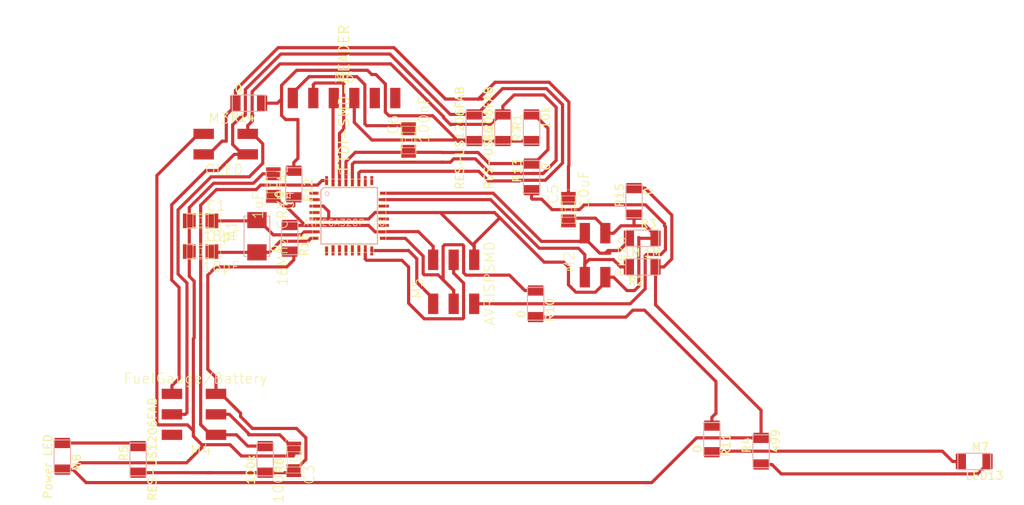
<source format=kicad_pcb>
(kicad_pcb (version 20171130) (host pcbnew 5.0.0-rc2-unknown-9302bbc~65~ubuntu18.04.1)

  (general
    (thickness 1.6)
    (drawings 67)
    (tracks 416)
    (zones 0)
    (modules 30)
    (nets 38)
  )

  (page A4)
  (title_block
    (title "Ice Measuring Device Board")
    (date 2018-06-13)
    (company "Waag / Fablab Amsterdam / Fabacademy")
    (comment 1 "Henk Buursen")
    (comment 2 "Final Project: Fabacademy 2018")
  )

  (layers
    (0 F.Cu signal)
    (31 B.Cu signal)
    (32 B.Adhes user)
    (33 F.Adhes user)
    (34 B.Paste user)
    (35 F.Paste user)
    (36 B.SilkS user)
    (37 F.SilkS user)
    (38 B.Mask user)
    (39 F.Mask user)
    (40 Dwgs.User user)
    (41 Cmts.User user)
    (42 Eco1.User user)
    (43 Eco2.User user)
    (44 Edge.Cuts user)
    (45 Margin user)
    (46 B.CrtYd user)
    (47 F.CrtYd user)
    (48 B.Fab user)
    (49 F.Fab user)
  )

  (setup
    (last_trace_width 0.39)
    (trace_clearance 0.4)
    (zone_clearance 0.508)
    (zone_45_only no)
    (trace_min 0.39)
    (segment_width 0.2)
    (edge_width 0.15)
    (via_size 2)
    (via_drill 0.8)
    (via_min_size 2)
    (via_min_drill 0.3)
    (uvia_size 0.3)
    (uvia_drill 0.1)
    (uvias_allowed no)
    (uvia_min_size 0.2)
    (uvia_min_drill 0.1)
    (pcb_text_width 0.3)
    (pcb_text_size 1.5 1.5)
    (mod_edge_width 0.15)
    (mod_text_size 1 1)
    (mod_text_width 0.15)
    (pad_size 1.524 1.524)
    (pad_drill 0.762)
    (pad_to_mask_clearance 0.2)
    (aux_axis_origin 0 0)
    (visible_elements FFFFFF7F)
    (pcbplotparams
      (layerselection 0x010fc_ffffffff)
      (usegerberextensions false)
      (usegerberattributes false)
      (usegerberadvancedattributes false)
      (creategerberjobfile false)
      (excludeedgelayer true)
      (linewidth 0.100000)
      (plotframeref false)
      (viasonmask false)
      (mode 1)
      (useauxorigin false)
      (hpglpennumber 1)
      (hpglpenspeed 20)
      (hpglpendiameter 15.000000)
      (psnegative false)
      (psa4output false)
      (plotreference true)
      (plotvalue true)
      (plotinvisibletext false)
      (padsonsilk false)
      (subtractmaskfromsilk false)
      (outputformat 1)
      (mirror false)
      (drillshape 1)
      (scaleselection 1)
      (outputdirectory ""))
  )

  (net 0 "")
  (net 1 "Net-(IC1-Pad1)")
  (net 2 "Net-(IC1-Pad2)")
  (net 3 GND)
  (net 4 "Net-(C1-Pad2)")
  (net 5 "Net-(C2-Pad2)")
  (net 6 "Net-(IC1-Pad9)")
  (net 7 "Net-(IC1-Pad10)")
  (net 8 "Net-(IC1-Pad11)")
  (net 9 "Net-(IC1-Pad12)")
  (net 10 "Net-(IC1-Pad13)")
  (net 11 "Net-(IC1-Pad14)")
  (net 12 /MOSI)
  (net 13 /MISO)
  (net 14 /SCK)
  (net 15 "Net-(IC1-Pad19)")
  (net 16 "Net-(IC1-Pad20)")
  (net 17 "Net-(IC1-Pad22)")
  (net 18 /A0)
  (net 19 /A1)
  (net 20 "Net-(IC1-Pad25)")
  (net 21 "Net-(IC1-Pad26)")
  (net 22 /SDA)
  (net 23 /SCL)
  (net 24 /RST)
  (net 25 /RX)
  (net 26 /TX)
  (net 27 "Net-(M8-Pad1)")
  (net 28 "Net-(M7-Pad2)")
  (net 29 "Net-(M6-Pad2)")
  (net 30 /PD2)
  (net 31 "Net-(M4-Pad2)")
  (net 32 "Net-(IC1-Pad4)")
  (net 33 "Net-(M7-Pad1)")
  (net 34 "Net-(R10-Pad2)")
  (net 35 "Net-(M5-Pad5)")
  (net 36 VCC)
  (net 37 "Net-(C6-Pad2)")

  (net_class Default "This is the default net class."
    (clearance 0.4)
    (trace_width 0.39)
    (via_dia 2)
    (via_drill 0.8)
    (uvia_dia 0.3)
    (uvia_drill 0.1)
    (diff_pair_gap 0.25)
    (diff_pair_width 0.39)
    (add_net /A0)
    (add_net /A1)
    (add_net /MISO)
    (add_net /MOSI)
    (add_net /PD2)
    (add_net /RST)
    (add_net /RX)
    (add_net /SCK)
    (add_net /SCL)
    (add_net /SDA)
    (add_net /TX)
    (add_net GND)
    (add_net "Net-(C1-Pad2)")
    (add_net "Net-(C2-Pad2)")
    (add_net "Net-(C6-Pad2)")
    (add_net "Net-(IC1-Pad1)")
    (add_net "Net-(IC1-Pad10)")
    (add_net "Net-(IC1-Pad11)")
    (add_net "Net-(IC1-Pad12)")
    (add_net "Net-(IC1-Pad13)")
    (add_net "Net-(IC1-Pad14)")
    (add_net "Net-(IC1-Pad19)")
    (add_net "Net-(IC1-Pad2)")
    (add_net "Net-(IC1-Pad20)")
    (add_net "Net-(IC1-Pad22)")
    (add_net "Net-(IC1-Pad25)")
    (add_net "Net-(IC1-Pad26)")
    (add_net "Net-(IC1-Pad4)")
    (add_net "Net-(IC1-Pad9)")
    (add_net "Net-(M4-Pad2)")
    (add_net "Net-(M5-Pad5)")
    (add_net "Net-(M6-Pad2)")
    (add_net "Net-(M7-Pad1)")
    (add_net "Net-(M7-Pad2)")
    (add_net "Net-(M8-Pad1)")
    (add_net "Net-(R10-Pad2)")
    (add_net VCC)
  )

  (module fab:fab-C1206 (layer F.Cu) (tedit 200000) (tstamp 5B27C3B1)
    (at 128.016 68.072 90)
    (descr CAPACITOR)
    (tags CAPACITOR)
    (path /5B28BE88)
    (attr smd)
    (fp_text reference C6 (at 1.905 -1.905 90) (layer F.SilkS)
      (effects (font (size 1.27 1.27) (thickness 0.1016)))
    )
    (fp_text value 100nF (at 2.54 1.905 90) (layer F.SilkS)
      (effects (font (size 1.27 1.27) (thickness 0.1016)))
    )
    (fp_line (start -1.7018 0.8509) (end -0.94996 0.8509) (layer F.SilkS) (width 0.06604))
    (fp_line (start -0.94996 0.8509) (end -0.94996 -0.84836) (layer F.SilkS) (width 0.06604))
    (fp_line (start -1.7018 -0.84836) (end -0.94996 -0.84836) (layer F.SilkS) (width 0.06604))
    (fp_line (start -1.7018 0.8509) (end -1.7018 -0.84836) (layer F.SilkS) (width 0.06604))
    (fp_line (start 0.94996 0.84836) (end 1.7018 0.84836) (layer F.SilkS) (width 0.06604))
    (fp_line (start 1.7018 0.84836) (end 1.7018 -0.8509) (layer F.SilkS) (width 0.06604))
    (fp_line (start 0.94996 -0.8509) (end 1.7018 -0.8509) (layer F.SilkS) (width 0.06604))
    (fp_line (start 0.94996 0.84836) (end 0.94996 -0.8509) (layer F.SilkS) (width 0.06604))
    (fp_line (start -0.19812 0.39878) (end 0.19812 0.39878) (layer F.SilkS) (width 0.06604))
    (fp_line (start 0.19812 0.39878) (end 0.19812 -0.39878) (layer F.SilkS) (width 0.06604))
    (fp_line (start -0.19812 -0.39878) (end 0.19812 -0.39878) (layer F.SilkS) (width 0.06604))
    (fp_line (start -0.19812 0.39878) (end -0.19812 -0.39878) (layer F.SilkS) (width 0.06604))
    (fp_line (start -2.47142 -0.98298) (end 2.47142 -0.98298) (layer F.SilkS) (width 0.0508))
    (fp_line (start 2.47142 0.98298) (end -2.47142 0.98298) (layer F.SilkS) (width 0.0508))
    (fp_line (start -2.47142 0.98298) (end -2.47142 -0.98298) (layer F.SilkS) (width 0.0508))
    (fp_line (start 2.47142 -0.98298) (end 2.47142 0.98298) (layer F.SilkS) (width 0.0508))
    (fp_line (start -0.96266 -0.78486) (end 0.96266 -0.78486) (layer F.SilkS) (width 0.1016))
    (fp_line (start -0.96266 0.78486) (end 0.96266 0.78486) (layer F.SilkS) (width 0.1016))
    (pad 1 smd rect (at -1.39954 0 90) (size 1.59766 1.79832) (layers F.Cu F.Paste F.Mask)
      (net 24 /RST))
    (pad 2 smd rect (at 1.39954 0 90) (size 1.59766 1.79832) (layers F.Cu F.Paste F.Mask)
      (net 37 "Net-(C6-Pad2)"))
  )

  (module fab:fab-C1206FAB (layer F.Cu) (tedit 200000) (tstamp 5B26B53C)
    (at 113.284 80.264 270)
    (path /5B2AEA55)
    (attr smd)
    (fp_text reference R16 (at 0.762 -1.778 270) (layer F.SilkS)
      (effects (font (size 1.016 1.016) (thickness 0.1524)))
    )
    (fp_text value 0 (at 1.27 1.778 270) (layer F.SilkS)
      (effects (font (size 1.016 1.016) (thickness 0.1524)))
    )
    (fp_line (start -2.032 -1.016) (end 2.032 -1.016) (layer B.SilkS) (width 0.127))
    (fp_line (start 2.032 -1.016) (end 2.032 1.016) (layer B.SilkS) (width 0.127))
    (fp_line (start 2.032 1.016) (end -2.032 1.016) (layer B.SilkS) (width 0.127))
    (fp_line (start -2.032 1.016) (end -2.032 -1.016) (layer B.SilkS) (width 0.127))
    (pad 1 smd rect (at -1.651 0 270) (size 1.27 1.905) (layers F.Cu F.Paste F.Mask)
      (net 36 VCC))
    (pad 2 smd rect (at 1.651 0 270) (size 1.27 1.905) (layers F.Cu F.Paste F.Mask)
      (net 36 VCC))
  )

  (module fab:fab-C1206FAB (layer F.Cu) (tedit 200000) (tstamp 5B26A599)
    (at 155.956 75.692 90)
    (path /5B2AAE09)
    (attr smd)
    (fp_text reference R15 (at 0.762 -1.778 90) (layer F.SilkS)
      (effects (font (size 1.016 1.016) (thickness 0.1524)))
    )
    (fp_text value 0 (at 1.27 1.778 90) (layer F.SilkS)
      (effects (font (size 1.016 1.016) (thickness 0.1524)))
    )
    (fp_line (start -2.032 -1.016) (end 2.032 -1.016) (layer B.SilkS) (width 0.127))
    (fp_line (start 2.032 -1.016) (end 2.032 1.016) (layer B.SilkS) (width 0.127))
    (fp_line (start 2.032 1.016) (end -2.032 1.016) (layer B.SilkS) (width 0.127))
    (fp_line (start -2.032 1.016) (end -2.032 -1.016) (layer B.SilkS) (width 0.127))
    (pad 1 smd rect (at -1.651 0 90) (size 1.27 1.905) (layers F.Cu F.Paste F.Mask)
      (net 3 GND))
    (pad 2 smd rect (at 1.651 0 90) (size 1.27 1.905) (layers F.Cu F.Paste F.Mask)
      (net 3 GND))
  )

  (module fab:fab-C1206FAB (layer F.Cu) (tedit 200000) (tstamp 5B269461)
    (at 108.204 63.5 180)
    (path /5B2A63B4)
    (attr smd)
    (fp_text reference R14 (at 0.762 -1.778 180) (layer F.SilkS)
      (effects (font (size 1.016 1.016) (thickness 0.1524)))
    )
    (fp_text value 0 (at 1.27 1.778 180) (layer F.SilkS)
      (effects (font (size 1.016 1.016) (thickness 0.1524)))
    )
    (fp_line (start -2.032 -1.016) (end 2.032 -1.016) (layer B.SilkS) (width 0.127))
    (fp_line (start 2.032 -1.016) (end 2.032 1.016) (layer B.SilkS) (width 0.127))
    (fp_line (start 2.032 1.016) (end -2.032 1.016) (layer B.SilkS) (width 0.127))
    (fp_line (start -2.032 1.016) (end -2.032 -1.016) (layer B.SilkS) (width 0.127))
    (pad 1 smd rect (at -1.651 0 180) (size 1.27 1.905) (layers F.Cu F.Paste F.Mask)
      (net 36 VCC))
    (pad 2 smd rect (at 1.651 0 180) (size 1.27 1.905) (layers F.Cu F.Paste F.Mask)
      (net 36 VCC))
  )

  (module fab:fab-C1206FAB (layer F.Cu) (tedit 200000) (tstamp 5B26581E)
    (at 143.256 72.644 90)
    (path /5B288222)
    (attr smd)
    (fp_text reference R13 (at 0.762 -1.778 90) (layer F.SilkS)
      (effects (font (size 1.016 1.016) (thickness 0.1524)))
    )
    (fp_text value 0 (at 1.27 1.778 90) (layer F.SilkS)
      (effects (font (size 1.016 1.016) (thickness 0.1524)))
    )
    (fp_line (start -2.032 1.016) (end -2.032 -1.016) (layer B.SilkS) (width 0.127))
    (fp_line (start 2.032 1.016) (end -2.032 1.016) (layer B.SilkS) (width 0.127))
    (fp_line (start 2.032 -1.016) (end 2.032 1.016) (layer B.SilkS) (width 0.127))
    (fp_line (start -2.032 -1.016) (end 2.032 -1.016) (layer B.SilkS) (width 0.127))
    (pad 2 smd rect (at 1.651 0 90) (size 1.27 1.905) (layers F.Cu F.Paste F.Mask)
      (net 24 /RST))
    (pad 1 smd rect (at -1.651 0 90) (size 1.27 1.905) (layers F.Cu F.Paste F.Mask)
      (net 35 "Net-(M5-Pad5)"))
  )

  (module fab:fab-C1206FAB (layer F.Cu) (tedit 200000) (tstamp 5B2657F0)
    (at 113.792 73.533 270)
    (path /5B28816B)
    (attr smd)
    (fp_text reference R12 (at 0.762 -1.778 270) (layer F.SilkS)
      (effects (font (size 1.016 1.016) (thickness 0.1524)))
    )
    (fp_text value 0 (at 1.27 1.778 270) (layer F.SilkS)
      (effects (font (size 1.016 1.016) (thickness 0.1524)))
    )
    (fp_line (start -2.032 -1.016) (end 2.032 -1.016) (layer B.SilkS) (width 0.127))
    (fp_line (start 2.032 -1.016) (end 2.032 1.016) (layer B.SilkS) (width 0.127))
    (fp_line (start 2.032 1.016) (end -2.032 1.016) (layer B.SilkS) (width 0.127))
    (fp_line (start -2.032 1.016) (end -2.032 -1.016) (layer B.SilkS) (width 0.127))
    (pad 1 smd rect (at -1.651 0 270) (size 1.27 1.905) (layers F.Cu F.Paste F.Mask)
      (net 36 VCC))
    (pad 2 smd rect (at 1.651 0 270) (size 1.27 1.905) (layers F.Cu F.Paste F.Mask)
      (net 36 VCC))
  )

  (module fab:fab-C1206FAB (layer F.Cu) (tedit 200000) (tstamp 5B262F5E)
    (at 143.764 88.392 270)
    (path /5B267B04)
    (attr smd)
    (fp_text reference R10 (at 0.762 -1.778 270) (layer F.SilkS)
      (effects (font (size 1.016 1.016) (thickness 0.1524)))
    )
    (fp_text value 0 (at 1.27 1.778 270) (layer F.SilkS)
      (effects (font (size 1.016 1.016) (thickness 0.1524)))
    )
    (fp_line (start -2.032 -1.016) (end 2.032 -1.016) (layer B.SilkS) (width 0.127))
    (fp_line (start 2.032 -1.016) (end 2.032 1.016) (layer B.SilkS) (width 0.127))
    (fp_line (start 2.032 1.016) (end -2.032 1.016) (layer B.SilkS) (width 0.127))
    (fp_line (start -2.032 1.016) (end -2.032 -1.016) (layer B.SilkS) (width 0.127))
    (pad 1 smd rect (at -1.651 0 270) (size 1.27 1.905) (layers F.Cu F.Paste F.Mask)
      (net 14 /SCK))
    (pad 2 smd rect (at 1.651 0 270) (size 1.27 1.905) (layers F.Cu F.Paste F.Mask)
      (net 34 "Net-(R10-Pad2)"))
  )

  (module fab:fab-C1206 (layer F.Cu) (tedit 200000) (tstamp 5B218135)
    (at 111.252 73.66 270)
    (descr CAPACITOR)
    (tags CAPACITOR)
    (path /5B222104)
    (attr smd)
    (fp_text reference C4 (at 1.905 -1.905 270) (layer F.SilkS)
      (effects (font (size 1.27 1.27) (thickness 0.1016)))
    )
    (fp_text value 1uF (at 2.54 1.905 270) (layer F.SilkS)
      (effects (font (size 1.27 1.27) (thickness 0.1016)))
    )
    (fp_line (start -0.96266 0.78486) (end 0.96266 0.78486) (layer F.SilkS) (width 0.1016))
    (fp_line (start -0.96266 -0.78486) (end 0.96266 -0.78486) (layer F.SilkS) (width 0.1016))
    (fp_line (start 2.47142 -0.98298) (end 2.47142 0.98298) (layer F.SilkS) (width 0.0508))
    (fp_line (start -2.47142 0.98298) (end -2.47142 -0.98298) (layer F.SilkS) (width 0.0508))
    (fp_line (start 2.47142 0.98298) (end -2.47142 0.98298) (layer F.SilkS) (width 0.0508))
    (fp_line (start -2.47142 -0.98298) (end 2.47142 -0.98298) (layer F.SilkS) (width 0.0508))
    (fp_line (start -0.19812 0.39878) (end -0.19812 -0.39878) (layer F.SilkS) (width 0.06604))
    (fp_line (start -0.19812 -0.39878) (end 0.19812 -0.39878) (layer F.SilkS) (width 0.06604))
    (fp_line (start 0.19812 0.39878) (end 0.19812 -0.39878) (layer F.SilkS) (width 0.06604))
    (fp_line (start -0.19812 0.39878) (end 0.19812 0.39878) (layer F.SilkS) (width 0.06604))
    (fp_line (start 0.94996 0.84836) (end 0.94996 -0.8509) (layer F.SilkS) (width 0.06604))
    (fp_line (start 0.94996 -0.8509) (end 1.7018 -0.8509) (layer F.SilkS) (width 0.06604))
    (fp_line (start 1.7018 0.84836) (end 1.7018 -0.8509) (layer F.SilkS) (width 0.06604))
    (fp_line (start 0.94996 0.84836) (end 1.7018 0.84836) (layer F.SilkS) (width 0.06604))
    (fp_line (start -1.7018 0.8509) (end -1.7018 -0.84836) (layer F.SilkS) (width 0.06604))
    (fp_line (start -1.7018 -0.84836) (end -0.94996 -0.84836) (layer F.SilkS) (width 0.06604))
    (fp_line (start -0.94996 0.8509) (end -0.94996 -0.84836) (layer F.SilkS) (width 0.06604))
    (fp_line (start -1.7018 0.8509) (end -0.94996 0.8509) (layer F.SilkS) (width 0.06604))
    (pad 2 smd rect (at 1.39954 0 270) (size 1.59766 1.79832) (layers F.Cu F.Paste F.Mask)
      (net 36 VCC))
    (pad 1 smd rect (at -1.39954 0 270) (size 1.59766 1.79832) (layers F.Cu F.Paste F.Mask)
      (net 3 GND))
  )

  (module fab:fab-R1206FAB (layer F.Cu) (tedit 5B2415F3) (tstamp 5B241EF1)
    (at 110.236 107.696 270)
    (path /5B270F43)
    (attr smd)
    (fp_text reference R8 (at 0.762 -1.778 270) (layer F.SilkS)
      (effects (font (size 1.016 1.016) (thickness 0.1524)))
    )
    (fp_text value 100k (at 1.27 1.778 270) (layer F.SilkS)
      (effects (font (size 1.016 1.016) (thickness 0.1524)))
    )
    (fp_line (start -2.032 -1.016) (end 2.032 -1.016) (layer B.SilkS) (width 0.127))
    (fp_line (start 2.032 -1.016) (end 2.032 1.016) (layer B.SilkS) (width 0.127))
    (fp_line (start 2.032 1.016) (end -2.032 1.016) (layer B.SilkS) (width 0.127))
    (fp_line (start -2.032 1.016) (end -2.032 -1.016) (layer B.SilkS) (width 0.127))
    (pad 1 smd rect (at -1.651 0 270) (size 1.27 1.905) (layers F.Cu F.Paste F.Mask)
      (net 30 /PD2))
    (pad 2 smd rect (at 1.651 0 270) (size 1.27 1.905) (layers F.Cu F.Paste F.Mask)
      (net 36 VCC))
  )

  (module fab:fab-1X06SMD (layer F.Cu) (tedit 200000) (tstamp 5B2181B5)
    (at 120.015 62.865 270)
    (path /5B22F5C4)
    (attr smd)
    (fp_text reference M6 (at -2.54 0) (layer F.SilkS)
      (effects (font (size 1.27 1.27) (thickness 0.1016)))
    )
    (fp_text value FTDI-SMD-HEADER (at 0 0 270) (layer F.SilkS)
      (effects (font (size 1.27 1.27) (thickness 0.15)))
    )
    (pad 6 smd rect (at 0 6.35 270) (size 2.54 1.27) (layers F.Cu F.Paste F.Mask)
      (net 37 "Net-(C6-Pad2)"))
    (pad 5 smd rect (at 0 3.81 270) (size 2.54 1.27) (layers F.Cu F.Paste F.Mask)
      (net 25 /RX))
    (pad 4 smd rect (at 0 1.27 270) (size 2.54 1.27) (layers F.Cu F.Paste F.Mask)
      (net 26 /TX))
    (pad 3 smd rect (at 0 -1.27 270) (size 2.54 1.27) (layers F.Cu F.Paste F.Mask)
      (net 36 VCC))
    (pad 2 smd rect (at 0 -3.81 270) (size 2.54 1.27) (layers F.Cu F.Paste F.Mask)
      (net 29 "Net-(M6-Pad2)"))
    (pad 1 smd rect (at 0 -6.35 270) (size 2.54 1.27) (layers F.Cu F.Paste F.Mask)
      (net 3 GND))
  )

  (module fab:fab-2X03SMD (layer F.Cu) (tedit 200000) (tstamp 5B22979C)
    (at 101.6 102.108 180)
    (path /5B2749D9)
    (attr smd)
    (fp_text reference M4 (at -0.635 -4.445 180) (layer F.SilkS)
      (effects (font (size 1.27 1.27) (thickness 0.1016)))
    )
    (fp_text value FuelGauge/Battery (at 0 4.445 180) (layer F.SilkS)
      (effects (font (size 1.27 1.27) (thickness 0.1016)))
    )
    (pad 1 smd rect (at -2.54 -2.54 180) (size 2.54 1.27) (layers F.Cu F.Paste F.Mask)
      (net 30 /PD2))
    (pad 2 smd rect (at 2.91846 -2.54 180) (size 2.54 1.27) (layers F.Cu F.Paste F.Mask)
      (net 31 "Net-(M4-Pad2)"))
    (pad 3 smd rect (at -2.54 0 180) (size 2.54 1.27) (layers F.Cu F.Paste F.Mask)
      (net 3 GND))
    (pad 4 smd rect (at 2.91846 0 180) (size 2.54 1.27) (layers F.Cu F.Paste F.Mask)
      (net 23 /SCL))
    (pad 5 smd rect (at -2.54 2.54 180) (size 2.54 1.27) (layers F.Cu F.Paste F.Mask)
      (net 36 VCC))
    (pad 6 smd rect (at 2.91846 2.54 180) (size 2.54 1.27) (layers F.Cu F.Paste F.Mask)
      (net 22 /SDA))
  )

  (module fab:fab-R1206FAB (layer F.Cu) (tedit 5B23CADC) (tstamp 5B2180C1)
    (at 143.256 66.548 90)
    (path /5B21ED31)
    (attr smd)
    (fp_text reference R1 (at 0.762 -1.778 90) (layer F.SilkS)
      (effects (font (size 1.016 1.016) (thickness 0.1524)))
    )
    (fp_text value 10k (at 1.27 1.778 90) (layer F.SilkS)
      (effects (font (size 1.016 1.016) (thickness 0.1524)))
    )
    (fp_line (start -2.032 1.016) (end -2.032 -1.016) (layer B.SilkS) (width 0.127))
    (fp_line (start 2.032 1.016) (end -2.032 1.016) (layer B.SilkS) (width 0.127))
    (fp_line (start 2.032 -1.016) (end 2.032 1.016) (layer B.SilkS) (width 0.127))
    (fp_line (start -2.032 -1.016) (end 2.032 -1.016) (layer B.SilkS) (width 0.127))
    (pad 2 smd rect (at 1.651 0 90) (size 1.27 1.905) (layers F.Cu F.Paste F.Mask)
      (net 24 /RST))
    (pad 1 smd rect (at -1.651 0 90) (size 1.27 1.905) (layers F.Cu F.Paste F.Mask)
      (net 36 VCC))
  )

  (module fab:fab-C1206 (layer F.Cu) (tedit 200000) (tstamp 5B2180ED)
    (at 147.828 76.708 90)
    (descr CAPACITOR)
    (tags CAPACITOR)
    (path /5B22214C)
    (attr smd)
    (fp_text reference C5 (at 1.905 -1.905 90) (layer F.SilkS)
      (effects (font (size 1.27 1.27) (thickness 0.1016)))
    )
    (fp_text value 10uF (at 2.54 1.905 90) (layer F.SilkS)
      (effects (font (size 1.27 1.27) (thickness 0.1016)))
    )
    (fp_line (start -0.96266 0.78486) (end 0.96266 0.78486) (layer F.SilkS) (width 0.1016))
    (fp_line (start -0.96266 -0.78486) (end 0.96266 -0.78486) (layer F.SilkS) (width 0.1016))
    (fp_line (start 2.47142 -0.98298) (end 2.47142 0.98298) (layer F.SilkS) (width 0.0508))
    (fp_line (start -2.47142 0.98298) (end -2.47142 -0.98298) (layer F.SilkS) (width 0.0508))
    (fp_line (start 2.47142 0.98298) (end -2.47142 0.98298) (layer F.SilkS) (width 0.0508))
    (fp_line (start -2.47142 -0.98298) (end 2.47142 -0.98298) (layer F.SilkS) (width 0.0508))
    (fp_line (start -0.19812 0.39878) (end -0.19812 -0.39878) (layer F.SilkS) (width 0.06604))
    (fp_line (start -0.19812 -0.39878) (end 0.19812 -0.39878) (layer F.SilkS) (width 0.06604))
    (fp_line (start 0.19812 0.39878) (end 0.19812 -0.39878) (layer F.SilkS) (width 0.06604))
    (fp_line (start -0.19812 0.39878) (end 0.19812 0.39878) (layer F.SilkS) (width 0.06604))
    (fp_line (start 0.94996 0.84836) (end 0.94996 -0.8509) (layer F.SilkS) (width 0.06604))
    (fp_line (start 0.94996 -0.8509) (end 1.7018 -0.8509) (layer F.SilkS) (width 0.06604))
    (fp_line (start 1.7018 0.84836) (end 1.7018 -0.8509) (layer F.SilkS) (width 0.06604))
    (fp_line (start 0.94996 0.84836) (end 1.7018 0.84836) (layer F.SilkS) (width 0.06604))
    (fp_line (start -1.7018 0.8509) (end -1.7018 -0.84836) (layer F.SilkS) (width 0.06604))
    (fp_line (start -1.7018 -0.84836) (end -0.94996 -0.84836) (layer F.SilkS) (width 0.06604))
    (fp_line (start -0.94996 0.8509) (end -0.94996 -0.84836) (layer F.SilkS) (width 0.06604))
    (fp_line (start -1.7018 0.8509) (end -0.94996 0.8509) (layer F.SilkS) (width 0.06604))
    (pad 2 smd rect (at 1.39954 0 90) (size 1.59766 1.79832) (layers F.Cu F.Paste F.Mask)
      (net 36 VCC))
    (pad 1 smd rect (at -1.39954 0 90) (size 1.59766 1.79832) (layers F.Cu F.Paste F.Mask)
      (net 3 GND))
  )

  (module fab:fab-TQFP32-08THIN (layer F.Cu) (tedit 5B240317) (tstamp 5B22E15D)
    (at 120.65 77.47)
    (path /5B21E4AC)
    (attr smd)
    (fp_text reference IC1 (at -0.7366 -5.4864) (layer F.SilkS)
      (effects (font (size 0.8128 0.8128) (thickness 0.0762)))
    )
    (fp_text value ATMEGA328P-AU (at -0.5842 0.8636) (layer F.SilkS)
      (effects (font (size 0.8128 0.8128) (thickness 0.0762)))
    )
    (fp_circle (center -2.7432 -2.7432) (end -2.921 -2.921) (layer B.SilkS) (width 0.0762))
    (fp_line (start -3.1496 -3.50266) (end -3.50266 -3.1496) (layer B.SilkS) (width 0.1524))
    (fp_line (start -3.1496 -3.50266) (end 3.50266 -3.50266) (layer B.SilkS) (width 0.1524))
    (fp_line (start -3.50266 3.50266) (end -3.50266 -3.1496) (layer B.SilkS) (width 0.1524))
    (fp_line (start 3.50266 3.50266) (end -3.50266 3.50266) (layer B.SilkS) (width 0.1524))
    (fp_line (start 3.50266 -3.50266) (end 3.50266 3.50266) (layer B.SilkS) (width 0.1524))
    (fp_line (start -3.02768 -3.556) (end -3.02768 -4.5466) (layer F.SilkS) (width 0.06604))
    (fp_line (start -3.02768 -4.5466) (end -2.57048 -4.5466) (layer F.SilkS) (width 0.06604))
    (fp_line (start -2.57048 -3.556) (end -2.57048 -4.5466) (layer F.SilkS) (width 0.06604))
    (fp_line (start -3.02768 -3.556) (end -2.57048 -3.556) (layer F.SilkS) (width 0.06604))
    (fp_line (start -2.22758 -3.556) (end -2.22758 -4.5466) (layer F.SilkS) (width 0.06604))
    (fp_line (start -2.22758 -4.5466) (end -1.77038 -4.5466) (layer F.SilkS) (width 0.06604))
    (fp_line (start -1.77038 -3.556) (end -1.77038 -4.5466) (layer F.SilkS) (width 0.06604))
    (fp_line (start -2.22758 -3.556) (end -1.77038 -3.556) (layer F.SilkS) (width 0.06604))
    (fp_line (start -1.42748 -3.556) (end -1.42748 -4.5466) (layer F.SilkS) (width 0.06604))
    (fp_line (start -1.42748 -4.5466) (end -0.97028 -4.5466) (layer F.SilkS) (width 0.06604))
    (fp_line (start -0.97028 -3.556) (end -0.97028 -4.5466) (layer F.SilkS) (width 0.06604))
    (fp_line (start -1.42748 -3.556) (end -0.97028 -3.556) (layer F.SilkS) (width 0.06604))
    (fp_line (start -0.62738 -3.556) (end -0.62738 -4.5466) (layer F.SilkS) (width 0.06604))
    (fp_line (start -0.62738 -4.5466) (end -0.17018 -4.5466) (layer F.SilkS) (width 0.06604))
    (fp_line (start -0.17018 -3.556) (end -0.17018 -4.5466) (layer F.SilkS) (width 0.06604))
    (fp_line (start -0.62738 -3.556) (end -0.17018 -3.556) (layer F.SilkS) (width 0.06604))
    (fp_line (start 0.17018 -3.556) (end 0.17018 -4.5466) (layer F.SilkS) (width 0.06604))
    (fp_line (start 0.17018 -4.5466) (end 0.62738 -4.5466) (layer F.SilkS) (width 0.06604))
    (fp_line (start 0.62738 -3.556) (end 0.62738 -4.5466) (layer F.SilkS) (width 0.06604))
    (fp_line (start 0.17018 -3.556) (end 0.62738 -3.556) (layer F.SilkS) (width 0.06604))
    (fp_line (start 0.97028 -3.556) (end 0.97028 -4.5466) (layer F.SilkS) (width 0.06604))
    (fp_line (start 0.97028 -4.5466) (end 1.42748 -4.5466) (layer F.SilkS) (width 0.06604))
    (fp_line (start 1.42748 -3.556) (end 1.42748 -4.5466) (layer F.SilkS) (width 0.06604))
    (fp_line (start 0.97028 -3.556) (end 1.42748 -3.556) (layer F.SilkS) (width 0.06604))
    (fp_line (start 1.77038 -3.556) (end 1.77038 -4.5466) (layer F.SilkS) (width 0.06604))
    (fp_line (start 1.77038 -4.5466) (end 2.22758 -4.5466) (layer F.SilkS) (width 0.06604))
    (fp_line (start 2.22758 -3.556) (end 2.22758 -4.5466) (layer F.SilkS) (width 0.06604))
    (fp_line (start 1.77038 -3.556) (end 2.22758 -3.556) (layer F.SilkS) (width 0.06604))
    (fp_line (start 2.57048 -3.556) (end 2.57048 -4.5466) (layer F.SilkS) (width 0.06604))
    (fp_line (start 2.57048 -4.5466) (end 3.02768 -4.5466) (layer F.SilkS) (width 0.06604))
    (fp_line (start 3.02768 -3.556) (end 3.02768 -4.5466) (layer F.SilkS) (width 0.06604))
    (fp_line (start 2.57048 -3.556) (end 3.02768 -3.556) (layer F.SilkS) (width 0.06604))
    (fp_line (start 3.556 -2.57048) (end 3.556 -3.02768) (layer F.SilkS) (width 0.06604))
    (fp_line (start 3.556 -3.02768) (end 4.5466 -3.02768) (layer F.SilkS) (width 0.06604))
    (fp_line (start 4.5466 -2.57048) (end 4.5466 -3.02768) (layer F.SilkS) (width 0.06604))
    (fp_line (start 3.556 -2.57048) (end 4.5466 -2.57048) (layer F.SilkS) (width 0.06604))
    (fp_line (start 3.556 -1.77038) (end 3.556 -2.22758) (layer F.SilkS) (width 0.06604))
    (fp_line (start 3.556 -2.22758) (end 4.5466 -2.22758) (layer F.SilkS) (width 0.06604))
    (fp_line (start 4.5466 -1.77038) (end 4.5466 -2.22758) (layer F.SilkS) (width 0.06604))
    (fp_line (start 3.556 -1.77038) (end 4.5466 -1.77038) (layer F.SilkS) (width 0.06604))
    (fp_line (start 3.556 -0.97028) (end 3.556 -1.42748) (layer F.SilkS) (width 0.06604))
    (fp_line (start 3.556 -1.42748) (end 4.5466 -1.42748) (layer F.SilkS) (width 0.06604))
    (fp_line (start 4.5466 -0.97028) (end 4.5466 -1.42748) (layer F.SilkS) (width 0.06604))
    (fp_line (start 3.556 -0.97028) (end 4.5466 -0.97028) (layer F.SilkS) (width 0.06604))
    (fp_line (start 3.556 -0.17018) (end 3.556 -0.62738) (layer F.SilkS) (width 0.06604))
    (fp_line (start 3.556 -0.62738) (end 4.5466 -0.62738) (layer F.SilkS) (width 0.06604))
    (fp_line (start 4.5466 -0.17018) (end 4.5466 -0.62738) (layer F.SilkS) (width 0.06604))
    (fp_line (start 3.556 -0.17018) (end 4.5466 -0.17018) (layer F.SilkS) (width 0.06604))
    (fp_line (start 3.556 0.62738) (end 3.556 0.17018) (layer F.SilkS) (width 0.06604))
    (fp_line (start 3.556 0.17018) (end 4.5466 0.17018) (layer F.SilkS) (width 0.06604))
    (fp_line (start 4.5466 0.62738) (end 4.5466 0.17018) (layer F.SilkS) (width 0.06604))
    (fp_line (start 3.556 0.62738) (end 4.5466 0.62738) (layer F.SilkS) (width 0.06604))
    (fp_line (start 3.556 1.42748) (end 3.556 0.97028) (layer F.SilkS) (width 0.06604))
    (fp_line (start 3.556 0.97028) (end 4.5466 0.97028) (layer F.SilkS) (width 0.06604))
    (fp_line (start 4.5466 1.42748) (end 4.5466 0.97028) (layer F.SilkS) (width 0.06604))
    (fp_line (start 3.556 1.42748) (end 4.5466 1.42748) (layer F.SilkS) (width 0.06604))
    (fp_line (start 3.556 2.22758) (end 3.556 1.77038) (layer F.SilkS) (width 0.06604))
    (fp_line (start 3.556 1.77038) (end 4.5466 1.77038) (layer F.SilkS) (width 0.06604))
    (fp_line (start 4.5466 2.22758) (end 4.5466 1.77038) (layer F.SilkS) (width 0.06604))
    (fp_line (start 3.556 2.22758) (end 4.5466 2.22758) (layer F.SilkS) (width 0.06604))
    (fp_line (start 3.556 3.02768) (end 3.556 2.57048) (layer F.SilkS) (width 0.06604))
    (fp_line (start 3.556 2.57048) (end 4.5466 2.57048) (layer F.SilkS) (width 0.06604))
    (fp_line (start 4.5466 3.02768) (end 4.5466 2.57048) (layer F.SilkS) (width 0.06604))
    (fp_line (start 3.556 3.02768) (end 4.5466 3.02768) (layer F.SilkS) (width 0.06604))
    (fp_line (start 2.57048 4.5466) (end 2.57048 3.556) (layer F.SilkS) (width 0.06604))
    (fp_line (start 2.57048 3.556) (end 3.02768 3.556) (layer F.SilkS) (width 0.06604))
    (fp_line (start 3.02768 4.5466) (end 3.02768 3.556) (layer F.SilkS) (width 0.06604))
    (fp_line (start 2.57048 4.5466) (end 3.02768 4.5466) (layer F.SilkS) (width 0.06604))
    (fp_line (start 1.77038 4.5466) (end 1.77038 3.556) (layer F.SilkS) (width 0.06604))
    (fp_line (start 1.77038 3.556) (end 2.22758 3.556) (layer F.SilkS) (width 0.06604))
    (fp_line (start 2.22758 4.5466) (end 2.22758 3.556) (layer F.SilkS) (width 0.06604))
    (fp_line (start 1.77038 4.5466) (end 2.22758 4.5466) (layer F.SilkS) (width 0.06604))
    (fp_line (start 0.97028 4.5466) (end 0.97028 3.556) (layer F.SilkS) (width 0.06604))
    (fp_line (start 0.97028 3.556) (end 1.42748 3.556) (layer F.SilkS) (width 0.06604))
    (fp_line (start 1.42748 4.5466) (end 1.42748 3.556) (layer F.SilkS) (width 0.06604))
    (fp_line (start 0.97028 4.5466) (end 1.42748 4.5466) (layer F.SilkS) (width 0.06604))
    (fp_line (start 0.17018 4.5466) (end 0.17018 3.556) (layer F.SilkS) (width 0.06604))
    (fp_line (start 0.17018 3.556) (end 0.62738 3.556) (layer F.SilkS) (width 0.06604))
    (fp_line (start 0.62738 4.5466) (end 0.62738 3.556) (layer F.SilkS) (width 0.06604))
    (fp_line (start 0.17018 4.5466) (end 0.62738 4.5466) (layer F.SilkS) (width 0.06604))
    (fp_line (start -0.62738 4.5466) (end -0.62738 3.556) (layer F.SilkS) (width 0.06604))
    (fp_line (start -0.62738 3.556) (end -0.17018 3.556) (layer F.SilkS) (width 0.06604))
    (fp_line (start -0.17018 4.5466) (end -0.17018 3.556) (layer F.SilkS) (width 0.06604))
    (fp_line (start -0.62738 4.5466) (end -0.17018 4.5466) (layer F.SilkS) (width 0.06604))
    (fp_line (start -1.42748 4.5466) (end -1.42748 3.556) (layer F.SilkS) (width 0.06604))
    (fp_line (start -1.42748 3.556) (end -0.97028 3.556) (layer F.SilkS) (width 0.06604))
    (fp_line (start -0.97028 4.5466) (end -0.97028 3.556) (layer F.SilkS) (width 0.06604))
    (fp_line (start -1.42748 4.5466) (end -0.97028 4.5466) (layer F.SilkS) (width 0.06604))
    (fp_line (start -2.22758 4.5466) (end -2.22758 3.556) (layer F.SilkS) (width 0.06604))
    (fp_line (start -2.22758 3.556) (end -1.77038 3.556) (layer F.SilkS) (width 0.06604))
    (fp_line (start -1.77038 4.5466) (end -1.77038 3.556) (layer F.SilkS) (width 0.06604))
    (fp_line (start -2.22758 4.5466) (end -1.77038 4.5466) (layer F.SilkS) (width 0.06604))
    (fp_line (start -3.02768 4.5466) (end -3.02768 3.556) (layer F.SilkS) (width 0.06604))
    (fp_line (start -3.02768 3.556) (end -2.57048 3.556) (layer F.SilkS) (width 0.06604))
    (fp_line (start -2.57048 4.5466) (end -2.57048 3.556) (layer F.SilkS) (width 0.06604))
    (fp_line (start -3.02768 4.5466) (end -2.57048 4.5466) (layer F.SilkS) (width 0.06604))
    (fp_line (start -4.5466 3.02768) (end -4.5466 2.57048) (layer F.SilkS) (width 0.06604))
    (fp_line (start -4.5466 2.57048) (end -3.556 2.57048) (layer F.SilkS) (width 0.06604))
    (fp_line (start -3.556 3.02768) (end -3.556 2.57048) (layer F.SilkS) (width 0.06604))
    (fp_line (start -4.5466 3.02768) (end -3.556 3.02768) (layer F.SilkS) (width 0.06604))
    (fp_line (start -4.5466 2.22758) (end -4.5466 1.77038) (layer F.SilkS) (width 0.06604))
    (fp_line (start -4.5466 1.77038) (end -3.556 1.77038) (layer F.SilkS) (width 0.06604))
    (fp_line (start -3.556 2.22758) (end -3.556 1.77038) (layer F.SilkS) (width 0.06604))
    (fp_line (start -4.5466 2.22758) (end -3.556 2.22758) (layer F.SilkS) (width 0.06604))
    (fp_line (start -4.5466 1.42748) (end -4.5466 0.97028) (layer F.SilkS) (width 0.06604))
    (fp_line (start -4.5466 0.97028) (end -3.556 0.97028) (layer F.SilkS) (width 0.06604))
    (fp_line (start -3.556 1.42748) (end -3.556 0.97028) (layer F.SilkS) (width 0.06604))
    (fp_line (start -4.5466 1.42748) (end -3.556 1.42748) (layer F.SilkS) (width 0.06604))
    (fp_line (start -4.5466 0.62738) (end -4.5466 0.17018) (layer F.SilkS) (width 0.06604))
    (fp_line (start -4.5466 0.17018) (end -3.556 0.17018) (layer F.SilkS) (width 0.06604))
    (fp_line (start -3.556 0.62738) (end -3.556 0.17018) (layer F.SilkS) (width 0.06604))
    (fp_line (start -4.5466 0.62738) (end -3.556 0.62738) (layer F.SilkS) (width 0.06604))
    (fp_line (start -4.5466 -0.17018) (end -4.5466 -0.62738) (layer F.SilkS) (width 0.06604))
    (fp_line (start -4.5466 -0.62738) (end -3.556 -0.62738) (layer F.SilkS) (width 0.06604))
    (fp_line (start -3.556 -0.17018) (end -3.556 -0.62738) (layer F.SilkS) (width 0.06604))
    (fp_line (start -4.5466 -0.17018) (end -3.556 -0.17018) (layer F.SilkS) (width 0.06604))
    (fp_line (start -4.5466 -0.97028) (end -4.5466 -1.42748) (layer F.SilkS) (width 0.06604))
    (fp_line (start -4.5466 -1.42748) (end -3.556 -1.42748) (layer F.SilkS) (width 0.06604))
    (fp_line (start -3.556 -0.97028) (end -3.556 -1.42748) (layer F.SilkS) (width 0.06604))
    (fp_line (start -4.5466 -0.97028) (end -3.556 -0.97028) (layer F.SilkS) (width 0.06604))
    (fp_line (start -4.5466 -1.77038) (end -4.5466 -2.22758) (layer F.SilkS) (width 0.06604))
    (fp_line (start -4.5466 -2.22758) (end -3.556 -2.22758) (layer F.SilkS) (width 0.06604))
    (fp_line (start -3.556 -1.77038) (end -3.556 -2.22758) (layer F.SilkS) (width 0.06604))
    (fp_line (start -4.5466 -1.77038) (end -3.556 -1.77038) (layer F.SilkS) (width 0.06604))
    (fp_line (start -4.5466 -2.57048) (end -4.5466 -3.02768) (layer F.SilkS) (width 0.06604))
    (fp_line (start -4.5466 -3.02768) (end -3.556 -3.02768) (layer F.SilkS) (width 0.06604))
    (fp_line (start -3.556 -2.57048) (end -3.556 -3.02768) (layer F.SilkS) (width 0.06604))
    (fp_line (start -4.5466 -2.57048) (end -3.556 -2.57048) (layer F.SilkS) (width 0.06604))
    (pad 32 smd rect (at -2.79908 -4.36626) (size 0.3556 1.1176) (layers F.Cu F.Paste F.Mask)
      (net 30 /PD2))
    (pad 31 smd rect (at -1.99898 -4.2926) (size 0.3556 1.27) (layers F.Cu F.Paste F.Mask)
      (net 26 /TX))
    (pad 30 smd rect (at -1.19888 -4.2926) (size 0.34798 1.27) (layers F.Cu F.Paste F.Mask)
      (net 25 /RX))
    (pad 29 smd rect (at -0.39878 -4.2926) (size 0.34798 1.27) (layers F.Cu F.Paste F.Mask)
      (net 24 /RST))
    (pad 28 smd rect (at 0.39878 -4.2926) (size 0.34798 1.27) (layers F.Cu F.Paste F.Mask)
      (net 23 /SCL))
    (pad 27 smd rect (at 1.19888 -4.2926) (size 0.3556 1.27) (layers F.Cu F.Paste F.Mask)
      (net 22 /SDA))
    (pad 26 smd rect (at 1.99898 -4.2926) (size 0.3556 1.27) (layers F.Cu F.Paste F.Mask)
      (net 21 "Net-(IC1-Pad26)"))
    (pad 25 smd rect (at 2.79908 -4.36626) (size 0.3556 1.1176) (layers F.Cu F.Paste F.Mask)
      (net 20 "Net-(IC1-Pad25)"))
    (pad 24 smd rect (at 4.36626 -2.79908) (size 1.1176 0.3556) (layers F.Cu F.Paste F.Mask)
      (net 19 /A1))
    (pad 23 smd rect (at 4.2926 -1.99898) (size 1.27 0.3556) (layers F.Cu F.Paste F.Mask)
      (net 18 /A0))
    (pad 22 smd rect (at 4.2926 -1.19888) (size 1.27 0.3556) (layers F.Cu F.Paste F.Mask)
      (net 17 "Net-(IC1-Pad22)"))
    (pad 21 smd rect (at 4.2926 -0.39878) (size 1.27 0.3556) (layers F.Cu F.Paste F.Mask)
      (net 3 GND))
    (pad 20 smd rect (at 4.2926 0.39878) (size 1.27 0.3556) (layers F.Cu F.Paste F.Mask)
      (net 16 "Net-(IC1-Pad20)"))
    (pad 19 smd rect (at 4.2926 1.19888) (size 1.27 0.3556) (layers F.Cu F.Paste F.Mask)
      (net 15 "Net-(IC1-Pad19)"))
    (pad 18 smd rect (at 4.2926 1.99898) (size 1.27 0.3556) (layers F.Cu F.Paste F.Mask)
      (net 36 VCC))
    (pad 17 smd rect (at 4.36626 2.79908) (size 1.1176 0.3556) (layers F.Cu F.Paste F.Mask)
      (net 14 /SCK))
    (pad 16 smd rect (at 2.79908 4.36626) (size 0.3556 1.1176) (layers F.Cu F.Paste F.Mask)
      (net 13 /MISO))
    (pad 15 smd rect (at 1.99898 4.2926) (size 0.3556 1.27) (layers F.Cu F.Paste F.Mask)
      (net 12 /MOSI))
    (pad 14 smd rect (at 1.19888 4.2926) (size 0.3556 1.27) (layers F.Cu F.Paste F.Mask)
      (net 11 "Net-(IC1-Pad14)"))
    (pad 13 smd rect (at 0.39878 4.2926) (size 0.34798 1.27) (layers F.Cu F.Paste F.Mask)
      (net 10 "Net-(IC1-Pad13)"))
    (pad 12 smd rect (at -0.39878 4.2926) (size 0.34798 1.27) (layers F.Cu F.Paste F.Mask)
      (net 9 "Net-(IC1-Pad12)"))
    (pad 11 smd rect (at -1.19888 4.2926) (size 0.34798 1.27) (layers F.Cu F.Paste F.Mask)
      (net 8 "Net-(IC1-Pad11)"))
    (pad 10 smd rect (at -1.99898 4.2926) (size 0.3556 1.27) (layers F.Cu F.Paste F.Mask)
      (net 7 "Net-(IC1-Pad10)"))
    (pad 9 smd rect (at -2.79908 4.36626) (size 0.3556 1.1176) (layers F.Cu F.Paste F.Mask)
      (net 6 "Net-(IC1-Pad9)"))
    (pad 8 smd rect (at -4.36626 2.79908) (size 1.1176 0.3556) (layers F.Cu F.Paste F.Mask)
      (net 5 "Net-(C2-Pad2)"))
    (pad 7 smd rect (at -4.2926 1.99898) (size 1.27 0.3556) (layers F.Cu F.Paste F.Mask)
      (net 4 "Net-(C1-Pad2)"))
    (pad 6 smd rect (at -4.2926 1.19888) (size 1.27 0.3556) (layers F.Cu F.Paste F.Mask)
      (net 36 VCC))
    (pad 5 smd rect (at -4.2926 0.39878) (size 1.27 0.3556) (layers F.Cu F.Paste F.Mask)
      (net 3 GND))
    (pad 4 smd rect (at -4.2926 -0.39878) (size 1.27 0.3556) (layers F.Cu F.Paste F.Mask)
      (net 32 "Net-(IC1-Pad4)"))
    (pad 3 smd rect (at -4.2926 -1.19888) (size 1.27 0.3556) (layers F.Cu F.Paste F.Mask)
      (net 3 GND))
    (pad 2 smd rect (at -4.2926 -1.99898) (size 1.27 0.3556) (layers F.Cu F.Paste F.Mask)
      (net 2 "Net-(IC1-Pad2)"))
    (pad 1 smd rect (at -4.36626 -2.79908) (size 1.1176 0.3556) (layers F.Cu F.Paste F.Mask)
      (net 1 "Net-(IC1-Pad1)"))
  )

  (module fab:fab-R1206FAB (layer F.Cu) (tedit 200000) (tstamp 5B2180AD)
    (at 156.972 80.264)
    (path /5B22021E)
    (attr smd)
    (fp_text reference R3 (at 0.762 -1.778) (layer F.SilkS)
      (effects (font (size 1.016 1.016) (thickness 0.1524)))
    )
    (fp_text value 1M (at 1.27 1.778) (layer F.SilkS)
      (effects (font (size 1.016 1.016) (thickness 0.1524)))
    )
    (fp_line (start -2.032 1.016) (end -2.032 -1.016) (layer B.SilkS) (width 0.127))
    (fp_line (start 2.032 1.016) (end -2.032 1.016) (layer B.SilkS) (width 0.127))
    (fp_line (start 2.032 -1.016) (end 2.032 1.016) (layer B.SilkS) (width 0.127))
    (fp_line (start -2.032 -1.016) (end 2.032 -1.016) (layer B.SilkS) (width 0.127))
    (pad 2 smd rect (at 1.651 0) (size 1.27 1.905) (layers F.Cu F.Paste F.Mask)
      (net 3 GND))
    (pad 1 smd rect (at -1.651 0) (size 1.27 1.905) (layers F.Cu F.Paste F.Mask)
      (net 19 /A1))
  )

  (module fab:fab-R1206FAB (layer F.Cu) (tedit 200000) (tstamp 5B22897B)
    (at 136.144 66.548 270)
    (path /5B266241)
    (attr smd)
    (fp_text reference R6 (at 0.762 -1.778 270) (layer F.SilkS)
      (effects (font (size 1.016 1.016) (thickness 0.1524)))
    )
    (fp_text value RES-US1206FAB (at 1.27 1.778 270) (layer F.SilkS)
      (effects (font (size 1.016 1.016) (thickness 0.1524)))
    )
    (fp_line (start -2.032 1.016) (end -2.032 -1.016) (layer B.SilkS) (width 0.127))
    (fp_line (start 2.032 1.016) (end -2.032 1.016) (layer B.SilkS) (width 0.127))
    (fp_line (start 2.032 -1.016) (end 2.032 1.016) (layer B.SilkS) (width 0.127))
    (fp_line (start -2.032 -1.016) (end 2.032 -1.016) (layer B.SilkS) (width 0.127))
    (pad 2 smd rect (at 1.651 0 270) (size 1.27 1.905) (layers F.Cu F.Paste F.Mask)
      (net 36 VCC))
    (pad 1 smd rect (at -1.651 0 270) (size 1.27 1.905) (layers F.Cu F.Paste F.Mask)
      (net 22 /SDA))
  )

  (module fab:fab-C1206 (layer F.Cu) (tedit 200000) (tstamp 5B21814D)
    (at 102.235 81.915)
    (descr CAPACITOR)
    (tags CAPACITOR)
    (path /5B21D988)
    (attr smd)
    (fp_text reference C2 (at 1.905 -1.905) (layer F.SilkS)
      (effects (font (size 1.27 1.27) (thickness 0.1016)))
    )
    (fp_text value 18pF (at 2.54 1.905) (layer F.SilkS)
      (effects (font (size 1.27 1.27) (thickness 0.1016)))
    )
    (fp_line (start -0.96266 0.78486) (end 0.96266 0.78486) (layer F.SilkS) (width 0.1016))
    (fp_line (start -0.96266 -0.78486) (end 0.96266 -0.78486) (layer F.SilkS) (width 0.1016))
    (fp_line (start 2.47142 -0.98298) (end 2.47142 0.98298) (layer F.SilkS) (width 0.0508))
    (fp_line (start -2.47142 0.98298) (end -2.47142 -0.98298) (layer F.SilkS) (width 0.0508))
    (fp_line (start 2.47142 0.98298) (end -2.47142 0.98298) (layer F.SilkS) (width 0.0508))
    (fp_line (start -2.47142 -0.98298) (end 2.47142 -0.98298) (layer F.SilkS) (width 0.0508))
    (fp_line (start -0.19812 0.39878) (end -0.19812 -0.39878) (layer F.SilkS) (width 0.06604))
    (fp_line (start -0.19812 -0.39878) (end 0.19812 -0.39878) (layer F.SilkS) (width 0.06604))
    (fp_line (start 0.19812 0.39878) (end 0.19812 -0.39878) (layer F.SilkS) (width 0.06604))
    (fp_line (start -0.19812 0.39878) (end 0.19812 0.39878) (layer F.SilkS) (width 0.06604))
    (fp_line (start 0.94996 0.84836) (end 0.94996 -0.8509) (layer F.SilkS) (width 0.06604))
    (fp_line (start 0.94996 -0.8509) (end 1.7018 -0.8509) (layer F.SilkS) (width 0.06604))
    (fp_line (start 1.7018 0.84836) (end 1.7018 -0.8509) (layer F.SilkS) (width 0.06604))
    (fp_line (start 0.94996 0.84836) (end 1.7018 0.84836) (layer F.SilkS) (width 0.06604))
    (fp_line (start -1.7018 0.8509) (end -1.7018 -0.84836) (layer F.SilkS) (width 0.06604))
    (fp_line (start -1.7018 -0.84836) (end -0.94996 -0.84836) (layer F.SilkS) (width 0.06604))
    (fp_line (start -0.94996 0.8509) (end -0.94996 -0.84836) (layer F.SilkS) (width 0.06604))
    (fp_line (start -1.7018 0.8509) (end -0.94996 0.8509) (layer F.SilkS) (width 0.06604))
    (pad 2 smd rect (at 1.39954 0) (size 1.59766 1.79832) (layers F.Cu F.Paste F.Mask)
      (net 5 "Net-(C2-Pad2)"))
    (pad 1 smd rect (at -1.39954 0) (size 1.59766 1.79832) (layers F.Cu F.Paste F.Mask)
      (net 3 GND))
  )

  (module fab:fab-R1206FAB (layer F.Cu) (tedit 200000) (tstamp 5B2180A3)
    (at 171.704 106.68 90)
    (path /5B235C0D)
    (attr smd)
    (fp_text reference R4 (at 0.762 -1.778 90) (layer F.SilkS)
      (effects (font (size 1.016 1.016) (thickness 0.1524)))
    )
    (fp_text value 499 (at 1.27 1.778 90) (layer F.SilkS)
      (effects (font (size 1.016 1.016) (thickness 0.1524)))
    )
    (fp_line (start -2.032 1.016) (end -2.032 -1.016) (layer B.SilkS) (width 0.127))
    (fp_line (start 2.032 1.016) (end -2.032 1.016) (layer B.SilkS) (width 0.127))
    (fp_line (start 2.032 -1.016) (end 2.032 1.016) (layer B.SilkS) (width 0.127))
    (fp_line (start -2.032 -1.016) (end 2.032 -1.016) (layer B.SilkS) (width 0.127))
    (pad 2 smd rect (at 1.651 0 90) (size 1.27 1.905) (layers F.Cu F.Paste F.Mask)
      (net 3 GND))
    (pad 1 smd rect (at -1.651 0 90) (size 1.27 1.905) (layers F.Cu F.Paste F.Mask)
      (net 28 "Net-(M7-Pad2)"))
  )

  (module fab:fab-C1206 (layer F.Cu) (tedit 200000) (tstamp 5B21811D)
    (at 113.792 107.696 270)
    (descr CAPACITOR)
    (tags CAPACITOR)
    (path /5B221DF6)
    (attr smd)
    (fp_text reference C3 (at 1.905 -1.905 270) (layer F.SilkS)
      (effects (font (size 1.27 1.27) (thickness 0.1016)))
    )
    (fp_text value 100nF (at 2.54 1.905 270) (layer F.SilkS)
      (effects (font (size 1.27 1.27) (thickness 0.1016)))
    )
    (fp_line (start -0.96266 0.78486) (end 0.96266 0.78486) (layer F.SilkS) (width 0.1016))
    (fp_line (start -0.96266 -0.78486) (end 0.96266 -0.78486) (layer F.SilkS) (width 0.1016))
    (fp_line (start 2.47142 -0.98298) (end 2.47142 0.98298) (layer F.SilkS) (width 0.0508))
    (fp_line (start -2.47142 0.98298) (end -2.47142 -0.98298) (layer F.SilkS) (width 0.0508))
    (fp_line (start 2.47142 0.98298) (end -2.47142 0.98298) (layer F.SilkS) (width 0.0508))
    (fp_line (start -2.47142 -0.98298) (end 2.47142 -0.98298) (layer F.SilkS) (width 0.0508))
    (fp_line (start -0.19812 0.39878) (end -0.19812 -0.39878) (layer F.SilkS) (width 0.06604))
    (fp_line (start -0.19812 -0.39878) (end 0.19812 -0.39878) (layer F.SilkS) (width 0.06604))
    (fp_line (start 0.19812 0.39878) (end 0.19812 -0.39878) (layer F.SilkS) (width 0.06604))
    (fp_line (start -0.19812 0.39878) (end 0.19812 0.39878) (layer F.SilkS) (width 0.06604))
    (fp_line (start 0.94996 0.84836) (end 0.94996 -0.8509) (layer F.SilkS) (width 0.06604))
    (fp_line (start 0.94996 -0.8509) (end 1.7018 -0.8509) (layer F.SilkS) (width 0.06604))
    (fp_line (start 1.7018 0.84836) (end 1.7018 -0.8509) (layer F.SilkS) (width 0.06604))
    (fp_line (start 0.94996 0.84836) (end 1.7018 0.84836) (layer F.SilkS) (width 0.06604))
    (fp_line (start -1.7018 0.8509) (end -1.7018 -0.84836) (layer F.SilkS) (width 0.06604))
    (fp_line (start -1.7018 -0.84836) (end -0.94996 -0.84836) (layer F.SilkS) (width 0.06604))
    (fp_line (start -0.94996 0.8509) (end -0.94996 -0.84836) (layer F.SilkS) (width 0.06604))
    (fp_line (start -1.7018 0.8509) (end -0.94996 0.8509) (layer F.SilkS) (width 0.06604))
    (pad 2 smd rect (at 1.39954 0 270) (size 1.59766 1.79832) (layers F.Cu F.Paste F.Mask)
      (net 36 VCC))
    (pad 1 smd rect (at -1.39954 0 270) (size 1.59766 1.79832) (layers F.Cu F.Paste F.Mask)
      (net 3 GND))
  )

  (module fab:fab-R1206FAB (layer F.Cu) (tedit 200000) (tstamp 5B228971)
    (at 139.7 66.548 270)
    (path /5B26634F)
    (attr smd)
    (fp_text reference R7 (at 0.762 -1.778 270) (layer F.SilkS)
      (effects (font (size 1.016 1.016) (thickness 0.1524)))
    )
    (fp_text value RES-US1206FAB (at 1.27 1.778 270) (layer F.SilkS)
      (effects (font (size 1.016 1.016) (thickness 0.1524)))
    )
    (fp_line (start -2.032 -1.016) (end 2.032 -1.016) (layer B.SilkS) (width 0.127))
    (fp_line (start 2.032 -1.016) (end 2.032 1.016) (layer B.SilkS) (width 0.127))
    (fp_line (start 2.032 1.016) (end -2.032 1.016) (layer B.SilkS) (width 0.127))
    (fp_line (start -2.032 1.016) (end -2.032 -1.016) (layer B.SilkS) (width 0.127))
    (pad 1 smd rect (at -1.651 0 270) (size 1.27 1.905) (layers F.Cu F.Paste F.Mask)
      (net 23 /SCL))
    (pad 2 smd rect (at 1.651 0 270) (size 1.27 1.905) (layers F.Cu F.Paste F.Mask)
      (net 36 VCC))
  )

  (module fab:fab-2X02SMD (layer F.Cu) (tedit 200000) (tstamp 5B21819F)
    (at 151.13 82.55 90)
    (path /5B21F4EA)
    (attr smd)
    (fp_text reference M2 (at -0.635 -3.175 90) (layer F.SilkS)
      (effects (font (size 1.27 1.27) (thickness 0.1016)))
    )
    (fp_text value Piezo (at 0 3.175 90) (layer F.SilkS)
      (effects (font (size 1.27 1.27) (thickness 0.1016)))
    )
    (pad 4 smd rect (at 2.91846 1.27 90) (size 2.54 1.27) (layers F.Cu F.Paste F.Mask)
      (net 3 GND))
    (pad 3 smd rect (at -2.54 1.27 90) (size 2.54 1.27) (layers F.Cu F.Paste F.Mask)
      (net 3 GND))
    (pad 2 smd rect (at 2.91846 -1.27 90) (size 2.54 1.27) (layers F.Cu F.Paste F.Mask)
      (net 19 /A1))
    (pad 1 smd rect (at -2.54 -1.27 90) (size 2.54 1.27) (layers F.Cu F.Paste F.Mask)
      (net 18 /A0))
  )

  (module fab:fab-2-SMD-5X3MM (layer F.Cu) (tedit 5B23DCD6) (tstamp 5B2181AB)
    (at 109.22 80.01 90)
    (path /5B21D842)
    (attr smd)
    (fp_text reference M1 (at 0.635 -3.175 90) (layer F.SilkS)
      (effects (font (size 1.27 1.27) (thickness 0.1016)))
    )
    (fp_text value "16Mhz CRYSTAL" (at 1.27 3.175 90) (layer F.SilkS)
      (effects (font (size 1.27 1.27) (thickness 0.1016)))
    )
    (fp_line (start -2.49936 1.59766) (end -2.49936 1.29794) (layer B.SilkS) (width 0.127))
    (fp_line (start 2.49936 1.59766) (end -2.49936 1.59766) (layer B.SilkS) (width 0.127))
    (fp_line (start 2.49936 1.29794) (end 2.49936 1.59766) (layer B.SilkS) (width 0.127))
    (fp_line (start 2.49936 -1.59766) (end 2.49936 -1.29794) (layer B.SilkS) (width 0.127))
    (fp_line (start -2.49936 -1.59766) (end 2.49936 -1.59766) (layer B.SilkS) (width 0.127))
    (fp_line (start -2.49936 -1.29794) (end -2.49936 -1.59766) (layer B.SilkS) (width 0.127))
    (pad P$2 smd rect (at 1.99898 0 90) (size 1.99898 2.39776) (layers F.Cu F.Paste F.Mask)
      (net 4 "Net-(C1-Pad2)"))
    (pad P$1 smd rect (at -1.99898 0 90) (size 1.99898 2.39776) (layers F.Cu F.Paste F.Mask)
      (net 5 "Net-(C2-Pad2)"))
  )

  (module fab:fab-C1206 (layer F.Cu) (tedit 200000) (tstamp 5B218105)
    (at 102.235 78.105)
    (descr CAPACITOR)
    (tags CAPACITOR)
    (path /5B21D953)
    (attr smd)
    (fp_text reference C1 (at 1.905 -1.905) (layer F.SilkS)
      (effects (font (size 1.27 1.27) (thickness 0.1016)))
    )
    (fp_text value 18pF (at 2.54 1.905) (layer F.SilkS)
      (effects (font (size 1.27 1.27) (thickness 0.1016)))
    )
    (fp_line (start -0.96266 0.78486) (end 0.96266 0.78486) (layer F.SilkS) (width 0.1016))
    (fp_line (start -0.96266 -0.78486) (end 0.96266 -0.78486) (layer F.SilkS) (width 0.1016))
    (fp_line (start 2.47142 -0.98298) (end 2.47142 0.98298) (layer F.SilkS) (width 0.0508))
    (fp_line (start -2.47142 0.98298) (end -2.47142 -0.98298) (layer F.SilkS) (width 0.0508))
    (fp_line (start 2.47142 0.98298) (end -2.47142 0.98298) (layer F.SilkS) (width 0.0508))
    (fp_line (start -2.47142 -0.98298) (end 2.47142 -0.98298) (layer F.SilkS) (width 0.0508))
    (fp_line (start -0.19812 0.39878) (end -0.19812 -0.39878) (layer F.SilkS) (width 0.06604))
    (fp_line (start -0.19812 -0.39878) (end 0.19812 -0.39878) (layer F.SilkS) (width 0.06604))
    (fp_line (start 0.19812 0.39878) (end 0.19812 -0.39878) (layer F.SilkS) (width 0.06604))
    (fp_line (start -0.19812 0.39878) (end 0.19812 0.39878) (layer F.SilkS) (width 0.06604))
    (fp_line (start 0.94996 0.84836) (end 0.94996 -0.8509) (layer F.SilkS) (width 0.06604))
    (fp_line (start 0.94996 -0.8509) (end 1.7018 -0.8509) (layer F.SilkS) (width 0.06604))
    (fp_line (start 1.7018 0.84836) (end 1.7018 -0.8509) (layer F.SilkS) (width 0.06604))
    (fp_line (start 0.94996 0.84836) (end 1.7018 0.84836) (layer F.SilkS) (width 0.06604))
    (fp_line (start -1.7018 0.8509) (end -1.7018 -0.84836) (layer F.SilkS) (width 0.06604))
    (fp_line (start -1.7018 -0.84836) (end -0.94996 -0.84836) (layer F.SilkS) (width 0.06604))
    (fp_line (start -0.94996 0.8509) (end -0.94996 -0.84836) (layer F.SilkS) (width 0.06604))
    (fp_line (start -1.7018 0.8509) (end -0.94996 0.8509) (layer F.SilkS) (width 0.06604))
    (pad 2 smd rect (at 1.39954 0) (size 1.59766 1.79832) (layers F.Cu F.Paste F.Mask)
      (net 4 "Net-(C1-Pad2)"))
    (pad 1 smd rect (at -1.39954 0) (size 1.59766 1.79832) (layers F.Cu F.Paste F.Mask)
      (net 3 GND))
  )

  (module fab:fab-R1206FAB (layer F.Cu) (tedit 200000) (tstamp 5B2180B7)
    (at 156.972 83.82 180)
    (path /5B220448)
    (attr smd)
    (fp_text reference R2 (at 0.762 -1.778 180) (layer F.SilkS)
      (effects (font (size 1.016 1.016) (thickness 0.1524)))
    )
    (fp_text value 1M (at 1.27 1.778 180) (layer F.SilkS)
      (effects (font (size 1.016 1.016) (thickness 0.1524)))
    )
    (fp_line (start -2.032 1.016) (end -2.032 -1.016) (layer B.SilkS) (width 0.127))
    (fp_line (start 2.032 1.016) (end -2.032 1.016) (layer B.SilkS) (width 0.127))
    (fp_line (start 2.032 -1.016) (end 2.032 1.016) (layer B.SilkS) (width 0.127))
    (fp_line (start -2.032 -1.016) (end 2.032 -1.016) (layer B.SilkS) (width 0.127))
    (pad 2 smd rect (at 1.651 0 180) (size 1.27 1.905) (layers F.Cu F.Paste F.Mask)
      (net 18 /A0))
    (pad 1 smd rect (at -1.651 0 180) (size 1.27 1.905) (layers F.Cu F.Paste F.Mask)
      (net 3 GND))
  )

  (module fab:fab-2X03SMD (layer F.Cu) (tedit 200000) (tstamp 5B229F10)
    (at 133.604 85.852 90)
    (path /5B22F4AC)
    (attr smd)
    (fp_text reference M5 (at -0.635 -4.445 90) (layer F.SilkS)
      (effects (font (size 1.27 1.27) (thickness 0.1016)))
    )
    (fp_text value AVRISPSMD (at 0 4.445 90) (layer F.SilkS)
      (effects (font (size 1.27 1.27) (thickness 0.1016)))
    )
    (pad 1 smd rect (at -2.54 -2.54 90) (size 2.54 1.27) (layers F.Cu F.Paste F.Mask)
      (net 13 /MISO))
    (pad 2 smd rect (at 2.91846 -2.54 90) (size 2.54 1.27) (layers F.Cu F.Paste F.Mask)
      (net 36 VCC))
    (pad 3 smd rect (at -2.54 0 90) (size 2.54 1.27) (layers F.Cu F.Paste F.Mask)
      (net 14 /SCK))
    (pad 4 smd rect (at 2.91846 0 90) (size 2.54 1.27) (layers F.Cu F.Paste F.Mask)
      (net 12 /MOSI))
    (pad 5 smd rect (at -2.54 2.54 90) (size 2.54 1.27) (layers F.Cu F.Paste F.Mask)
      (net 35 "Net-(M5-Pad5)"))
    (pad 6 smd rect (at 2.91846 2.54 90) (size 2.54 1.27) (layers F.Cu F.Paste F.Mask)
      (net 3 GND))
  )

  (module fab:fab-LED1206FAB (layer F.Cu) (tedit 200000) (tstamp 5B2180CB)
    (at 85.09 107.315 270)
    (descr "LED1206 FAB STYLE (SMALLER PADS TO ALLOW TRACE BETWEEN)")
    (tags "LED1206 FAB STYLE (SMALLER PADS TO ALLOW TRACE BETWEEN)")
    (path /5B23AAB5)
    (attr smd)
    (fp_text reference M8 (at 0.762 -1.778 270) (layer F.SilkS)
      (effects (font (size 1.016 1.016) (thickness 0.1524)))
    )
    (fp_text value "Power LED" (at 1.27 1.778 270) (layer F.SilkS)
      (effects (font (size 1.016 1.016) (thickness 0.1524)))
    )
    (fp_line (start -2.032 1.016) (end -2.032 -1.016) (layer B.SilkS) (width 0.127))
    (fp_line (start 2.032 1.016) (end -2.032 1.016) (layer B.SilkS) (width 0.127))
    (fp_line (start 2.032 -1.016) (end 2.032 1.016) (layer B.SilkS) (width 0.127))
    (fp_line (start -2.032 -1.016) (end 2.032 -1.016) (layer B.SilkS) (width 0.127))
    (pad 2 smd rect (at 1.651 0 270) (size 1.27 1.905) (layers F.Cu F.Paste F.Mask)
      (net 3 GND))
    (pad 1 smd rect (at -1.651 0 270) (size 1.27 1.905) (layers F.Cu F.Paste F.Mask)
      (net 27 "Net-(M8-Pad1)"))
  )

  (module fab:fab-R1206FAB (layer F.Cu) (tedit 200000) (tstamp 5B218099)
    (at 94.488 107.696 90)
    (path /5B23AB37)
    (attr smd)
    (fp_text reference R5 (at 0.762 -1.778 90) (layer F.SilkS)
      (effects (font (size 1.016 1.016) (thickness 0.1524)))
    )
    (fp_text value RES-US1206FAB (at 1.27 1.778 90) (layer F.SilkS)
      (effects (font (size 1.016 1.016) (thickness 0.1524)))
    )
    (fp_line (start -2.032 1.016) (end -2.032 -1.016) (layer B.SilkS) (width 0.127))
    (fp_line (start 2.032 1.016) (end -2.032 1.016) (layer B.SilkS) (width 0.127))
    (fp_line (start 2.032 -1.016) (end 2.032 1.016) (layer B.SilkS) (width 0.127))
    (fp_line (start -2.032 -1.016) (end 2.032 -1.016) (layer B.SilkS) (width 0.127))
    (pad 2 smd rect (at 1.651 0 90) (size 1.27 1.905) (layers F.Cu F.Paste F.Mask)
      (net 27 "Net-(M8-Pad1)"))
    (pad 1 smd rect (at -1.651 0 90) (size 1.27 1.905) (layers F.Cu F.Paste F.Mask)
      (net 36 VCC))
  )

  (module fab:fab-LED1206FAB (layer F.Cu) (tedit 200000) (tstamp 5B2187A4)
    (at 198.12 107.95)
    (descr "LED1206 FAB STYLE (SMALLER PADS TO ALLOW TRACE BETWEEN)")
    (tags "LED1206 FAB STYLE (SMALLER PADS TO ALLOW TRACE BETWEEN)")
    (path /5B235A36)
    (attr smd)
    (fp_text reference M7 (at 0.762 -1.778) (layer F.SilkS)
      (effects (font (size 1.016 1.016) (thickness 0.1524)))
    )
    (fp_text value LED13 (at 1.27 1.778) (layer F.SilkS)
      (effects (font (size 1.016 1.016) (thickness 0.1524)))
    )
    (fp_line (start -2.032 1.016) (end -2.032 -1.016) (layer B.SilkS) (width 0.127))
    (fp_line (start 2.032 1.016) (end -2.032 1.016) (layer B.SilkS) (width 0.127))
    (fp_line (start 2.032 -1.016) (end 2.032 1.016) (layer B.SilkS) (width 0.127))
    (fp_line (start -2.032 -1.016) (end 2.032 -1.016) (layer B.SilkS) (width 0.127))
    (pad 2 smd rect (at 1.651 0) (size 1.27 1.905) (layers F.Cu F.Paste F.Mask)
      (net 28 "Net-(M7-Pad2)"))
    (pad 1 smd rect (at -1.651 0) (size 1.27 1.905) (layers F.Cu F.Paste F.Mask)
      (net 33 "Net-(M7-Pad1)"))
  )

  (module fab:fab-2X02SMD (layer F.Cu) (tedit 200000) (tstamp 5B218197)
    (at 105.156 68.58)
    (path /5B228A13)
    (attr smd)
    (fp_text reference M3 (at -0.635 -3.175) (layer F.SilkS)
      (effects (font (size 1.27 1.27) (thickness 0.1016)))
    )
    (fp_text value OLED (at 0 3.175) (layer F.SilkS)
      (effects (font (size 1.27 1.27) (thickness 0.1016)))
    )
    (pad 4 smd rect (at 2.91846 1.27) (size 2.54 1.27) (layers F.Cu F.Paste F.Mask)
      (net 22 /SDA))
    (pad 3 smd rect (at -2.54 1.27) (size 2.54 1.27) (layers F.Cu F.Paste F.Mask)
      (net 36 VCC))
    (pad 2 smd rect (at 2.91846 -1.27) (size 2.54 1.27) (layers F.Cu F.Paste F.Mask)
      (net 23 /SCL))
    (pad 1 smd rect (at -2.54 -1.27) (size 2.54 1.27) (layers F.Cu F.Paste F.Mask)
      (net 3 GND))
  )

  (module fab:fab-C1206FAB (layer F.Cu) (tedit 200000) (tstamp 5B263BB3)
    (at 165.608 105.156 270)
    (path /5B277F4C)
    (attr smd)
    (fp_text reference R11 (at 0.762 -1.778 270) (layer F.SilkS)
      (effects (font (size 1.016 1.016) (thickness 0.1524)))
    )
    (fp_text value 0 (at 1.27 1.778 270) (layer F.SilkS)
      (effects (font (size 1.016 1.016) (thickness 0.1524)))
    )
    (fp_line (start -2.032 -1.016) (end 2.032 -1.016) (layer B.SilkS) (width 0.127))
    (fp_line (start 2.032 -1.016) (end 2.032 1.016) (layer B.SilkS) (width 0.127))
    (fp_line (start 2.032 1.016) (end -2.032 1.016) (layer B.SilkS) (width 0.127))
    (fp_line (start -2.032 1.016) (end -2.032 -1.016) (layer B.SilkS) (width 0.127))
    (pad 1 smd rect (at -1.651 0 270) (size 1.27 1.905) (layers F.Cu F.Paste F.Mask)
      (net 34 "Net-(R10-Pad2)"))
    (pad 2 smd rect (at 1.651 0 270) (size 1.27 1.905) (layers F.Cu F.Paste F.Mask)
      (net 33 "Net-(M7-Pad1)"))
  )

  (gr_line (start 204.216 111.76) (end 203.708 113.284) (layer Margin) (width 0.2))
  (gr_line (start 204.216 109.728) (end 204.216 111.76) (layer Margin) (width 0.2))
  (gr_line (start 204.216 107.188) (end 204.216 109.728) (layer Margin) (width 0.2))
  (gr_line (start 203.2 105.664) (end 204.216 107.188) (layer Margin) (width 0.2))
  (gr_line (start 115.824 102.108) (end 116.84 104.14) (layer Margin) (width 0.2))
  (gr_line (start 110.236 102.108) (end 115.824 102.108) (layer Margin) (width 0.2))
  (gr_line (start 164.592 76.708) (end 166.116 80.772) (layer Margin) (width 0.2))
  (gr_line (start 162.052 72.644) (end 164.592 76.708) (layer Margin) (width 0.2))
  (gr_line (start 155.956 67.564) (end 162.052 72.644) (layer Margin) (width 0.2))
  (gr_line (start 150.876 64.008) (end 155.956 67.564) (layer Margin) (width 0.2))
  (gr_line (start 147.32 58.42) (end 150.876 64.008) (layer Margin) (width 0.2))
  (gr_line (start 137.16 58.42) (end 147.32 58.42) (layer Margin) (width 0.2))
  (gr_line (start 129.54 53.848) (end 137.16 58.42) (layer Margin) (width 0.2))
  (gr_line (start 160.02 96.52) (end 147.32 93.98) (layer Margin) (width 0.2))
  (gr_line (start 169.164 81.788) (end 171.704 82.804) (layer Margin) (width 0.2))
  (gr_line (start 201.93 104.14) (end 179.07 104.14) (layer Margin) (width 0.2))
  (gr_line (start 118.364 51.816) (end 119.634 51.816) (layer Margin) (width 0.2))
  (gr_line (start 117.094 51.816) (end 118.364 51.816) (layer Margin) (width 0.2))
  (gr_line (start 93.472 91.948) (end 94.488 92.964) (layer Margin) (width 0.2))
  (gr_line (start 180.34 83.82) (end 177.8 83.82) (layer Margin) (width 0.2))
  (gr_line (start 171.704 82.804) (end 172.72 83.82) (layer Margin) (width 0.2))
  (gr_line (start 181.61 95.25) (end 186.69 93.98) (layer Margin) (width 0.2))
  (gr_line (start 107.696 91.948) (end 110.236 102.108) (layer Margin) (width 0.2))
  (gr_line (start 187.96 88.9) (end 186.69 87.63) (layer Margin) (width 0.2))
  (gr_line (start 157.48 104.14) (end 160.02 96.52) (layer Margin) (width 0.2))
  (gr_line (start 128.016 52.324) (end 123.952 50.8) (layer Margin) (width 0.2))
  (gr_line (start 168.148 81.788) (end 169.164 81.788) (layer Margin) (width 0.2))
  (gr_line (start 175.26 96.52) (end 181.61 95.25) (layer Margin) (width 0.2))
  (gr_line (start 186.69 87.63) (end 185.42 86.36) (layer Margin) (width 0.2))
  (gr_line (start 114.554 51.816) (end 117.094 51.816) (layer Margin) (width 0.2))
  (gr_line (start 119.38 51.816) (end 122.428 50.8) (layer Margin) (width 0.2))
  (gr_line (start 186.69 93.98) (end 187.96 92.71) (layer Margin) (width 0.2))
  (gr_line (start 87.884 87.376) (end 93.472 91.948) (layer Margin) (width 0.2))
  (gr_line (start 77.47 109.22) (end 77.724 113.284) (layer Margin) (width 0.2))
  (gr_line (start 116.84 91.44) (end 114.3 90.932) (layer Margin) (width 0.2))
  (gr_line (start 203.2 105.664) (end 201.93 104.14) (layer Margin) (width 0.2))
  (gr_line (start 87.884 74.168) (end 87.884 87.503) (layer Margin) (width 0.2))
  (gr_line (start 137.16 92.71) (end 124.46 91.44) (layer Margin) (width 0.2))
  (gr_line (start 80.772 103.378) (end 78.232 104.648) (layer Margin) (width 0.2))
  (gr_line (start 105.664 51.816) (end 108.204 51.816) (layer Margin) (width 0.2))
  (gr_line (start 122.428 50.8) (end 123.952 50.8) (layer Margin) (width 0.2))
  (gr_line (start 167.132 81.788) (end 168.148 81.788) (layer Margin) (width 0.2))
  (gr_line (start 99.568 54.864) (end 101.092 53.594) (layer Margin) (width 0.2))
  (gr_line (start 77.724 113.284) (end 203.708 113.284) (layer Margin) (width 0.2))
  (gr_line (start 99.568 54.864) (end 88.011 74.168) (layer Margin) (width 0.2))
  (gr_line (start 124.46 91.44) (end 116.84 91.44) (layer Margin) (width 0.2))
  (gr_line (start 77.47 106.68) (end 77.47 107.95) (layer Margin) (width 0.2))
  (gr_line (start 179.07 104.14) (end 168.91 96.52) (layer Margin) (width 0.2))
  (gr_line (start 187.96 90.17) (end 187.96 88.9) (layer Margin) (width 0.2))
  (gr_line (start 168.91 96.52) (end 175.26 96.52) (layer Margin) (width 0.2))
  (gr_line (start 116.84 104.14) (end 157.48 104.14) (layer Margin) (width 0.2))
  (gr_line (start 172.72 83.82) (end 176.53 83.82) (layer Margin) (width 0.2))
  (gr_line (start 166.116 80.772) (end 167.132 81.788) (layer Margin) (width 0.2))
  (gr_line (start 91.567 103.378) (end 80.772 103.378) (layer Margin) (width 0.2))
  (gr_line (start 101.092 53.594) (end 105.664 51.816) (layer Margin) (width 0.2))
  (gr_line (start 147.32 93.98) (end 137.16 92.71) (layer Margin) (width 0.2))
  (gr_line (start 129.286 53.594) (end 128.016 52.324) (layer Margin) (width 0.2))
  (gr_line (start 94.488 92.964) (end 91.567 103.378) (layer Margin) (width 0.2))
  (gr_line (start 108.204 51.816) (end 110.744 51.816) (layer Margin) (width 0.2))
  (gr_line (start 110.744 51.816) (end 114.554 51.816) (layer Margin) (width 0.2))
  (gr_line (start 77.47 107.95) (end 77.47 109.22) (layer Margin) (width 0.2))
  (gr_line (start 182.88 85.09) (end 180.34 83.82) (layer Margin) (width 0.2))
  (gr_line (start 78.232 104.648) (end 77.47 106.68) (layer Margin) (width 0.2))
  (gr_line (start 185.42 86.36) (end 182.88 85.09) (layer Margin) (width 0.2))
  (gr_line (start 114.3 90.932) (end 107.696 91.948) (layer Margin) (width 0.2))
  (gr_line (start 177.8 83.82) (end 175.26 83.82) (layer Margin) (width 0.2))
  (gr_line (start 187.96 92.71) (end 187.96 90.17) (layer Margin) (width 0.2))

  (segment (start 123.9176 77.07122) (end 124.9426 77.07122) (width 0.39) (layer F.Cu) (net 3))
  (segment (start 123.856358 77.07122) (end 123.9176 77.07122) (width 0.39) (layer F.Cu) (net 3))
  (segment (start 123.058798 77.86878) (end 123.856358 77.07122) (width 0.39) (layer F.Cu) (net 3))
  (segment (start 117.441102 76.27112) (end 118.11 76.940018) (width 0.39) (layer F.Cu) (net 3))
  (segment (start 116.3574 76.27112) (end 117.441102 76.27112) (width 0.39) (layer F.Cu) (net 3))
  (segment (start 118.11 76.940018) (end 118.11 77.86878) (width 0.39) (layer F.Cu) (net 3))
  (segment (start 116.3574 77.86878) (end 118.11 77.86878) (width 0.39) (layer F.Cu) (net 3))
  (segment (start 118.11 77.86878) (end 123.058798 77.86878) (width 0.39) (layer F.Cu) (net 3))
  (segment (start 100.83546 78.105) (end 100.83546 81.915) (width 0.39) (layer F.Cu) (net 3))
  (segment (start 124.9426 77.07122) (end 138.66622 77.07122) (width 0.39) (layer F.Cu) (net 3))
  (segment (start 152.4 84.455) (end 152.4 85.09) (width 0.39) (layer F.Cu) (net 3))
  (segment (start 144.819999 83.224999) (end 147.232999 83.224999) (width 0.39) (layer F.Cu) (net 3))
  (segment (start 147.232999 83.224999) (end 147.828 83.82) (width 0.39) (layer F.Cu) (net 3))
  (segment (start 151.169999 86.955001) (end 152.4 85.725) (width 0.39) (layer F.Cu) (net 3))
  (segment (start 152.4 85.725) (end 152.4 85.09) (width 0.39) (layer F.Cu) (net 3))
  (segment (start 148.748999 86.955001) (end 151.169999 86.955001) (width 0.39) (layer F.Cu) (net 3))
  (segment (start 147.828 86.034002) (end 148.748999 86.955001) (width 0.39) (layer F.Cu) (net 3))
  (segment (start 147.828 83.82) (end 147.828 86.034002) (width 0.39) (layer F.Cu) (net 3))
  (segment (start 136.144 80.899) (end 139.319 77.724) (width 0.39) (layer F.Cu) (net 3))
  (segment (start 136.144 82.93354) (end 136.144 80.899) (width 0.39) (layer F.Cu) (net 3))
  (segment (start 138.66622 77.07122) (end 139.319 77.724) (width 0.39) (layer F.Cu) (net 3))
  (segment (start 139.319 77.724) (end 144.819999 83.224999) (width 0.39) (layer F.Cu) (net 3))
  (segment (start 158.623 80.4545) (end 158.623 80.772) (width 0.39) (layer F.Cu) (net 3))
  (segment (start 158.623 83.82) (end 158.623 84.1375) (width 0.39) (layer F.Cu) (net 3))
  (segment (start 102.23754 67.31) (end 101.60254 67.31) (width 0.39) (layer F.Cu) (net 3))
  (segment (start 104.775 102.108) (end 104.14 102.108) (width 0.39) (layer F.Cu) (net 3))
  (segment (start 102.393999 105.878001) (end 105.886001 105.878001) (width 0.39) (layer F.Cu) (net 3))
  (segment (start 101.439281 104.923283) (end 101.6 105.084002) (width 0.39) (layer F.Cu) (net 3))
  (segment (start 101.336551 104.820553) (end 102.108 105.592002) (width 0.39) (layer F.Cu) (net 3))
  (segment (start 102.108 105.592002) (end 102.393999 105.878001) (width 0.39) (layer F.Cu) (net 3))
  (segment (start 101.6 105.084002) (end 102.108 105.592002) (width 0.39) (layer F.Cu) (net 3))
  (segment (start 100.83546 81.915) (end 100.83546 84.986218) (width 0.39) (layer F.Cu) (net 3))
  (segment (start 101.439281 85.590039) (end 101.439281 92.616719) (width 0.39) (layer F.Cu) (net 3))
  (segment (start 100.83546 84.986218) (end 101.439281 85.590039) (width 0.39) (layer F.Cu) (net 3))
  (segment (start 101.439281 92.616719) (end 101.336551 92.719449) (width 0.39) (layer F.Cu) (net 3))
  (segment (start 100.83546 78.00467) (end 100.83546 78.105) (width 0.39) (layer F.Cu) (net 3))
  (segment (start 153.425 85.09) (end 155.085 86.75) (width 0.39) (layer F.Cu) (net 3))
  (segment (start 156.638002 80.264) (end 158.623 80.264) (width 0.39) (layer F.Cu) (net 3))
  (segment (start 152.4 85.09) (end 153.425 85.09) (width 0.39) (layer F.Cu) (net 3))
  (segment (start 155.085 86.75) (end 156.0105 86.75) (width 0.39) (layer F.Cu) (net 3))
  (segment (start 156.0105 86.75) (end 156.551001 86.209499) (width 0.39) (layer F.Cu) (net 3))
  (segment (start 156.551001 80.176999) (end 156.638002 80.264) (width 0.39) (layer F.Cu) (net 3))
  (segment (start 156.551001 86.209499) (end 156.551001 80.176999) (width 0.39) (layer F.Cu) (net 3))
  (segment (start 158.623 79.9465) (end 158.623 80.264) (width 0.39) (layer F.Cu) (net 3))
  (segment (start 157.392999 78.716499) (end 158.623 79.9465) (width 0.39) (layer F.Cu) (net 3))
  (segment (start 153.425 79.63154) (end 154.340041 78.716499) (width 0.39) (layer F.Cu) (net 3))
  (segment (start 152.4 79.63154) (end 153.425 79.63154) (width 0.39) (layer F.Cu) (net 3))
  (segment (start 100.83546 76.45325) (end 100.83546 78.105) (width 0.39) (layer F.Cu) (net 3))
  (segment (start 103.8547 73.43401) (end 100.83546 76.45325) (width 0.39) (layer F.Cu) (net 3))
  (segment (start 109.96284 72.26046) (end 111.252 72.26046) (width 0.39) (layer F.Cu) (net 3))
  (segment (start 108.78929 73.43401) (end 109.96284 72.26046) (width 0.39) (layer F.Cu) (net 3))
  (segment (start 103.8547 73.43401) (end 108.78929 73.43401) (width 0.39) (layer F.Cu) (net 3))
  (segment (start 171.704 105.029) (end 171.704 101.6) (width 0.39) (layer F.Cu) (net 3))
  (segment (start 158.623 88.519) (end 158.623 83.82) (width 0.39) (layer F.Cu) (net 3))
  (segment (start 171.704 101.6) (end 158.623 88.519) (width 0.39) (layer F.Cu) (net 3))
  (segment (start 87.281501 108.116999) (end 100.496999 108.116999) (width 0.39) (layer F.Cu) (net 3))
  (segment (start 85.09 108.966) (end 86.4325 108.966) (width 0.39) (layer F.Cu) (net 3))
  (segment (start 86.4325 108.966) (end 87.281501 108.116999) (width 0.39) (layer F.Cu) (net 3))
  (segment (start 102.393999 106.219999) (end 102.393999 105.878001) (width 0.39) (layer F.Cu) (net 3))
  (segment (start 100.496999 108.116999) (end 102.393999 106.219999) (width 0.39) (layer F.Cu) (net 3))
  (segment (start 88.043501 110.577001) (end 158.154999 110.577001) (width 0.39) (layer F.Cu) (net 3) (tstamp 5B26BED7))
  (segment (start 86.4325 108.966) (end 88.043501 110.577001) (width 0.39) (layer F.Cu) (net 3))
  (segment (start 163.703 105.029) (end 171.704 105.029) (width 0.39) (layer F.Cu) (net 3))
  (segment (start 158.154999 110.577001) (end 163.703 105.029) (width 0.39) (layer F.Cu) (net 3))
  (segment (start 151.169999 77.766539) (end 152.4 78.99654) (width 0.39) (layer F.Cu) (net 3))
  (segment (start 152.4 78.99654) (end 152.4 79.63154) (width 0.39) (layer F.Cu) (net 3))
  (segment (start 148.169001 77.766539) (end 147.828 78.10754) (width 0.39) (layer F.Cu) (net 3))
  (segment (start 151.169999 77.766539) (end 148.169001 77.766539) (width 0.39) (layer F.Cu) (net 3))
  (segment (start 107.283001 107.275001) (end 113.704999 107.275001) (width 0.39) (layer F.Cu) (net 3))
  (segment (start 105.886001 105.878001) (end 107.283001 107.275001) (width 0.39) (layer F.Cu) (net 3))
  (segment (start 113.792 107.188) (end 113.792 106.29646) (width 0.39) (layer F.Cu) (net 3))
  (segment (start 113.704999 107.275001) (end 113.792 107.188) (width 0.39) (layer F.Cu) (net 3))
  (segment (start 112.04321 104.648) (end 108.204 104.648) (width 0.39) (layer F.Cu) (net 3))
  (segment (start 113.792 106.29646) (end 113.69167 106.29646) (width 0.39) (layer F.Cu) (net 3))
  (segment (start 113.69167 106.29646) (end 112.04321 104.648) (width 0.39) (layer F.Cu) (net 3))
  (segment (start 105.8 102.108) (end 104.14 102.108) (width 0.39) (layer F.Cu) (net 3))
  (segment (start 108.204 104.512) (end 105.8 102.108) (width 0.39) (layer F.Cu) (net 3))
  (segment (start 108.204 104.648) (end 108.204 104.512) (width 0.39) (layer F.Cu) (net 3))
  (segment (start 155.956 78.716499) (end 155.956 77.343) (width 0.39) (layer F.Cu) (net 3))
  (segment (start 155.956 78.716499) (end 157.392999 78.716499) (width 0.39) (layer F.Cu) (net 3))
  (segment (start 154.340041 78.716499) (end 155.956 78.716499) (width 0.39) (layer F.Cu) (net 3))
  (segment (start 102.616 67.31) (end 101.981 67.31) (width 0.39) (layer F.Cu) (net 3))
  (segment (start 96.816539 72.474461) (end 96.816539 103.219001) (width 0.39) (layer F.Cu) (net 3))
  (segment (start 101.981 67.31) (end 96.816539 72.474461) (width 0.39) (layer F.Cu) (net 3))
  (segment (start 97.015537 103.417999) (end 100.61455 103.417999) (width 0.39) (layer F.Cu) (net 3))
  (segment (start 96.816539 103.219001) (end 97.015537 103.417999) (width 0.39) (layer F.Cu) (net 3))
  (segment (start 100.61455 103.417999) (end 101.336551 104.14) (width 0.39) (layer F.Cu) (net 3))
  (segment (start 101.336551 92.719449) (end 101.336551 104.14) (width 0.39) (layer F.Cu) (net 3))
  (segment (start 101.336551 104.14) (end 101.336551 104.820553) (width 0.39) (layer F.Cu) (net 3))
  (segment (start 157.2985 74.041) (end 155.956 74.041) (width 0.39) (layer F.Cu) (net 3))
  (segment (start 160.643011 77.385511) (end 157.2985 74.041) (width 0.39) (layer F.Cu) (net 3))
  (segment (start 159.648 83.82) (end 160.643011 82.824989) (width 0.39) (layer F.Cu) (net 3))
  (segment (start 160.643011 82.824989) (end 160.643011 77.385511) (width 0.39) (layer F.Cu) (net 3))
  (segment (start 158.623 83.82) (end 159.648 83.82) (width 0.39) (layer F.Cu) (net 3))
  (segment (start 136.144 81.27354) (end 131.966439 77.095979) (width 0.39) (layer F.Cu) (net 3))
  (segment (start 136.144 82.93354) (end 136.144 81.27354) (width 0.39) (layer F.Cu) (net 3))
  (segment (start 109.12602 78.105) (end 109.22 78.01102) (width 0.39) (layer F.Cu) (net 4))
  (segment (start 103.63454 78.105) (end 109.12602 78.105) (width 0.39) (layer F.Cu) (net 4))
  (segment (start 109.41939 78.01102) (end 109.22 78.01102) (width 0.39) (layer F.Cu) (net 4))
  (segment (start 114.712501 79.843001) (end 111.251371 79.843001) (width 0.39) (layer F.Cu) (net 4))
  (segment (start 115.086522 79.46898) (end 114.712501 79.843001) (width 0.39) (layer F.Cu) (net 4))
  (segment (start 111.251371 79.843001) (end 109.41939 78.01102) (width 0.39) (layer F.Cu) (net 4))
  (segment (start 116.3574 79.46898) (end 115.086522 79.46898) (width 0.39) (layer F.Cu) (net 4))
  (segment (start 103.72852 82.00898) (end 103.63454 81.915) (width 0.39) (layer F.Cu) (net 5))
  (segment (start 109.22 82.00898) (end 103.72852 82.00898) (width 0.39) (layer F.Cu) (net 5))
  (segment (start 112.119969 80.633011) (end 110.744 82.00898) (width 0.39) (layer F.Cu) (net 5))
  (segment (start 115.538809 80.633011) (end 112.119969 80.633011) (width 0.39) (layer F.Cu) (net 5))
  (segment (start 115.90274 80.26908) (end 115.538809 80.633011) (width 0.39) (layer F.Cu) (net 5))
  (segment (start 116.28374 80.26908) (end 115.90274 80.26908) (width 0.39) (layer F.Cu) (net 5))
  (segment (start 110.744 82.00898) (end 109.22 82.00898) (width 0.39) (layer F.Cu) (net 5))
  (segment (start 122.64898 82.789164) (end 122.64898 81.7626) (width 0.39) (layer F.Cu) (net 12))
  (segment (start 122.621681 82.816463) (end 122.64898 82.789164) (width 0.39) (layer F.Cu) (net 12))
  (segment (start 122.795279 82.990061) (end 122.621681 82.816463) (width 0.39) (layer F.Cu) (net 12))
  (segment (start 127.186061 82.990061) (end 122.795279 82.990061) (width 0.39) (layer F.Cu) (net 12))
  (segment (start 128.016 83.82) (end 127.186061 82.990061) (width 0.39) (layer F.Cu) (net 12))
  (segment (start 128.016 88.320002) (end 128.016 83.82) (width 0.39) (layer F.Cu) (net 12))
  (segment (start 133.604 84.59354) (end 134.834001 85.823541) (width 0.39) (layer F.Cu) (net 12))
  (segment (start 133.604 82.93354) (end 133.604 84.59354) (width 0.39) (layer F.Cu) (net 12))
  (segment (start 134.834001 85.823541) (end 134.834001 90.138001) (width 0.39) (layer F.Cu) (net 12))
  (segment (start 134.715001 90.257001) (end 129.952999 90.257001) (width 0.39) (layer F.Cu) (net 12))
  (segment (start 134.834001 90.138001) (end 134.715001 90.257001) (width 0.39) (layer F.Cu) (net 12))
  (segment (start 129.952999 90.257001) (end 128.016 88.320002) (width 0.39) (layer F.Cu) (net 12))
  (segment (start 131.064 87.757) (end 129.032 85.725) (width 0.39) (layer F.Cu) (net 13))
  (segment (start 131.064 88.392) (end 131.064 87.757) (width 0.39) (layer F.Cu) (net 13))
  (segment (start 129.032 85.725) (end 129.032 82.804) (width 0.39) (layer F.Cu) (net 13))
  (segment (start 129.032 82.804) (end 128.016 81.788) (width 0.39) (layer F.Cu) (net 13))
  (segment (start 128.016 81.788) (end 123.444 81.788) (width 0.39) (layer F.Cu) (net 13))
  (segment (start 125.96506 80.26908) (end 125.01626 80.26908) (width 0.39) (layer F.Cu) (net 14))
  (segment (start 127.614322 80.26908) (end 125.96506 80.26908) (width 0.39) (layer F.Cu) (net 14))
  (segment (start 129.82201 82.476768) (end 127.614322 80.26908) (width 0.39) (layer F.Cu) (net 14))
  (segment (start 129.82201 84.667552) (end 129.82201 82.476768) (width 0.39) (layer F.Cu) (net 14))
  (segment (start 129.952999 84.798541) (end 129.82201 84.667552) (width 0.39) (layer F.Cu) (net 14))
  (segment (start 131.670541 84.798541) (end 129.952999 84.798541) (width 0.39) (layer F.Cu) (net 14))
  (segment (start 133.604 86.732) (end 131.670541 84.798541) (width 0.39) (layer F.Cu) (net 14))
  (segment (start 133.604 88.392) (end 133.604 86.732) (width 0.39) (layer F.Cu) (net 14))
  (segment (start 132.294001 81.267537) (end 132.294001 85.422001) (width 0.39) (layer F.Cu) (net 14))
  (segment (start 134.715001 81.068539) (end 132.492999 81.068539) (width 0.39) (layer F.Cu) (net 14))
  (segment (start 134.834001 81.187539) (end 134.715001 81.068539) (width 0.39) (layer F.Cu) (net 14))
  (segment (start 132.294001 85.422001) (end 133.604 86.732) (width 0.39) (layer F.Cu) (net 14))
  (segment (start 134.834001 84.542001) (end 134.834001 81.187539) (width 0.39) (layer F.Cu) (net 14))
  (segment (start 135.128 84.836) (end 134.834001 84.542001) (width 0.39) (layer F.Cu) (net 14))
  (segment (start 140.5165 84.836) (end 135.128 84.836) (width 0.39) (layer F.Cu) (net 14))
  (segment (start 132.492999 81.068539) (end 132.294001 81.267537) (width 0.39) (layer F.Cu) (net 14))
  (segment (start 142.4215 86.741) (end 140.5165 84.836) (width 0.39) (layer F.Cu) (net 14))
  (segment (start 143.764 86.741) (end 142.4215 86.741) (width 0.39) (layer F.Cu) (net 14))
  (segment (start 149.86 82.296) (end 149.86 85.09) (width 0.39) (layer F.Cu) (net 18))
  (segment (start 149.060541 81.496541) (end 149.86 82.296) (width 0.39) (layer F.Cu) (net 18))
  (segment (start 124.9426 75.47102) (end 138.183262 75.47102) (width 0.39) (layer F.Cu) (net 18))
  (segment (start 144.208783 81.496541) (end 149.060541 81.496541) (width 0.39) (layer F.Cu) (net 18))
  (segment (start 138.183262 75.47102) (end 144.208783 81.496541) (width 0.39) (layer F.Cu) (net 18))
  (segment (start 149.86 83.43) (end 150.38549 82.90451) (width 0.39) (layer F.Cu) (net 18))
  (segment (start 154.296 83.82) (end 155.321 83.82) (width 0.39) (layer F.Cu) (net 18))
  (segment (start 153.38051 82.90451) (end 154.296 83.82) (width 0.39) (layer F.Cu) (net 18))
  (segment (start 150.38549 82.90451) (end 153.38051 82.90451) (width 0.39) (layer F.Cu) (net 18))
  (segment (start 149.86 85.09) (end 149.86 83.43) (width 0.39) (layer F.Cu) (net 18))
  (segment (start 138.500404 74.67092) (end 144.474484 80.645) (width 0.39) (layer F.Cu) (net 19))
  (segment (start 125.01626 74.67092) (end 138.500404 74.67092) (width 0.39) (layer F.Cu) (net 19))
  (segment (start 144.474484 80.645) (end 149.225 80.645) (width 0.39) (layer F.Cu) (net 19))
  (segment (start 149.86 80.01) (end 149.86 79.63154) (width 0.39) (layer F.Cu) (net 19))
  (segment (start 149.225 80.645) (end 149.86 80.01) (width 0.39) (layer F.Cu) (net 19))
  (segment (start 149.86 80.26654) (end 151.70796 82.1145) (width 0.39) (layer F.Cu) (net 19))
  (segment (start 149.86 79.63154) (end 149.86 80.26654) (width 0.39) (layer F.Cu) (net 19))
  (segment (start 155.321 80.5815) (end 154.1145 81.788) (width 0.39) (layer F.Cu) (net 19))
  (segment (start 155.321 80.264) (end 155.321 80.5815) (width 0.39) (layer F.Cu) (net 19))
  (segment (start 154.1145 81.788) (end 152.7265 81.788) (width 0.39) (layer F.Cu) (net 19))
  (segment (start 152.7265 81.788) (end 152.4 82.1145) (width 0.39) (layer F.Cu) (net 19))
  (segment (start 151.70796 82.1145) (end 152.4 82.1145) (width 0.39) (layer F.Cu) (net 19))
  (segment (start 152.4 82.1145) (end 152.9535 82.1145) (width 0.39) (layer F.Cu) (net 19))
  (segment (start 102.89801 71.85399) (end 104.41047 71.85399) (width 0.39) (layer F.Cu) (net 22))
  (segment (start 98.68154 98.543) (end 99.568 97.65654) (width 0.39) (layer F.Cu) (net 22))
  (segment (start 98.68154 99.568) (end 98.68154 98.543) (width 0.39) (layer F.Cu) (net 22))
  (segment (start 104.41047 71.85399) (end 106.41446 69.85) (width 0.39) (layer F.Cu) (net 22))
  (segment (start 99.568 86.36) (end 98.651619 85.443619) (width 0.39) (layer F.Cu) (net 22))
  (segment (start 108.07446 69.85) (end 106.41446 69.85) (width 0.39) (layer F.Cu) (net 22))
  (segment (start 99.568 97.65654) (end 99.568 86.36) (width 0.39) (layer F.Cu) (net 22))
  (segment (start 98.651619 76.100381) (end 102.89801 71.85399) (width 0.39) (layer F.Cu) (net 22))
  (segment (start 98.651619 85.443619) (end 98.651619 76.100381) (width 0.39) (layer F.Cu) (net 22))
  (segment (start 133.188744 64.897) (end 136.144 64.897) (width 0.39) (layer F.Cu) (net 22))
  (segment (start 137.4865 64.897) (end 136.144 64.897) (width 0.39) (layer F.Cu) (net 22))
  (segment (start 136.4615 64.897) (end 136.144 64.897) (width 0.39) (layer F.Cu) (net 22))
  (segment (start 139.66451 61.69399) (end 136.4615 64.897) (width 0.39) (layer F.Cu) (net 22))
  (segment (start 145.107232 61.69399) (end 139.66451 61.69399) (width 0.39) (layer F.Cu) (net 22))
  (segment (start 144.959745 73.064999) (end 147.09401 70.930734) (width 0.39) (layer F.Cu) (net 22))
  (segment (start 141.732 73.152) (end 141.819001 73.064999) (width 0.39) (layer F.Cu) (net 22))
  (segment (start 141.819001 73.064999) (end 144.959745 73.064999) (width 0.39) (layer F.Cu) (net 22))
  (segment (start 137.918016 73.152) (end 141.732 73.152) (width 0.39) (layer F.Cu) (net 22))
  (segment (start 147.09401 63.680768) (end 145.107232 61.69399) (width 0.39) (layer F.Cu) (net 22))
  (segment (start 147.09401 70.930734) (end 147.09401 63.680768) (width 0.39) (layer F.Cu) (net 22))
  (segment (start 136.713415 71.947399) (end 137.918016 73.152) (width 0.39) (layer F.Cu) (net 22))
  (segment (start 122.053881 71.947399) (end 136.713415 71.947399) (width 0.39) (layer F.Cu) (net 22))
  (segment (start 121.84888 72.1524) (end 122.053881 71.947399) (width 0.39) (layer F.Cu) (net 22))
  (segment (start 121.84888 73.1774) (end 121.84888 72.1524) (width 0.39) (layer F.Cu) (net 22))
  (segment (start 128.235744 59.944) (end 133.188744 64.897) (width 0.39) (layer F.Cu) (net 22))
  (segment (start 126.921713 58.629969) (end 128.235744 59.944) (width 0.39) (layer F.Cu) (net 22))
  (segment (start 125.695744 57.404) (end 127.871872 59.580128) (width 0.39) (layer F.Cu) (net 22))
  (segment (start 112.175256 57.404) (end 125.695744 57.404) (width 0.39) (layer F.Cu) (net 22))
  (segment (start 107.783001 61.796255) (end 112.175256 57.404) (width 0.39) (layer F.Cu) (net 22))
  (segment (start 107.783001 64.928501) (end 107.783001 61.796255) (width 0.39) (layer F.Cu) (net 22))
  (segment (start 107.664001 65.047501) (end 107.783001 64.928501) (width 0.39) (layer F.Cu) (net 22))
  (segment (start 107.360957 65.047501) (end 107.664001 65.047501) (width 0.39) (layer F.Cu) (net 22))
  (segment (start 106.209459 66.198999) (end 107.360957 65.047501) (width 0.39) (layer F.Cu) (net 22))
  (segment (start 127.871872 59.580128) (end 128.235744 59.944) (width 0.39) (layer F.Cu) (net 22))
  (segment (start 106.209459 68.619999) (end 106.209459 66.198999) (width 0.39) (layer F.Cu) (net 22))
  (segment (start 107.43946 69.85) (end 106.209459 68.619999) (width 0.39) (layer F.Cu) (net 22))
  (segment (start 108.07446 69.85) (end 107.43946 69.85) (width 0.39) (layer F.Cu) (net 22))
  (segment (start 98.68154 102.108) (end 100.34154 102.108) (width 0.39) (layer F.Cu) (net 23))
  (segment (start 100.546541 101.902999) (end 100.546541 85.814541) (width 0.39) (layer F.Cu) (net 23))
  (segment (start 100.34154 102.108) (end 100.546541 101.902999) (width 0.39) (layer F.Cu) (net 23))
  (segment (start 100.546541 85.814541) (end 99.441629 84.709629) (width 0.39) (layer F.Cu) (net 23))
  (segment (start 109.939461 68.540001) (end 108.70946 67.31) (width 0.39) (layer F.Cu) (net 23))
  (segment (start 109.939461 70.961001) (end 109.939461 68.540001) (width 0.39) (layer F.Cu) (net 23))
  (segment (start 108.256462 72.644) (end 109.939461 70.961001) (width 0.39) (layer F.Cu) (net 23))
  (segment (start 108.70946 67.31) (end 108.07446 67.31) (width 0.39) (layer F.Cu) (net 23))
  (segment (start 103.527468 72.644) (end 108.256462 72.644) (width 0.39) (layer F.Cu) (net 23))
  (segment (start 99.441629 76.729839) (end 103.527468 72.644) (width 0.39) (layer F.Cu) (net 23))
  (segment (start 99.441629 84.709629) (end 99.441629 76.729839) (width 0.39) (layer F.Cu) (net 23))
  (segment (start 132.238501 70.826001) (end 132.08 70.826001) (width 0.39) (layer F.Cu) (net 23))
  (segment (start 121.299241 70.826001) (end 121.04878 71.076462) (width 0.39) (layer F.Cu) (net 23))
  (segment (start 121.04878 72.1524) (end 121.04878 73.1774) (width 0.39) (layer F.Cu) (net 23))
  (segment (start 121.04878 71.076462) (end 121.04878 72.1524) (width 0.39) (layer F.Cu) (net 23))
  (segment (start 132.238501 70.826001) (end 121.299241 70.826001) (width 0.39) (layer F.Cu) (net 23))
  (segment (start 139.7 63.872) (end 139.7 64.897) (width 0.39) (layer F.Cu) (net 23))
  (segment (start 141.088 62.484) (end 139.7 63.872) (width 0.39) (layer F.Cu) (net 23))
  (segment (start 146.304 70.603502) (end 146.304 64.008) (width 0.39) (layer F.Cu) (net 23))
  (segment (start 132.238501 70.826001) (end 133.18751 70.826001) (width 0.39) (layer F.Cu) (net 23))
  (segment (start 146.304 64.008) (end 144.78 62.484) (width 0.39) (layer F.Cu) (net 23))
  (segment (start 133.604 70.409511) (end 136.292769 70.409511) (width 0.39) (layer F.Cu) (net 23))
  (segment (start 144.78 62.484) (end 141.088 62.484) (width 0.39) (layer F.Cu) (net 23))
  (segment (start 133.18751 70.826001) (end 133.604 70.409511) (width 0.39) (layer F.Cu) (net 23))
  (segment (start 136.292769 70.409511) (end 138.106259 72.223001) (width 0.39) (layer F.Cu) (net 23))
  (segment (start 138.106259 72.223001) (end 144.684501 72.223001) (width 0.39) (layer F.Cu) (net 23))
  (segment (start 144.684501 72.223001) (end 146.304 70.603502) (width 0.39) (layer F.Cu) (net 23))
  (segment (start 112.066529 58.629969) (end 108.624999 62.071499) (width 0.39) (layer F.Cu) (net 23))
  (segment (start 125.804471 58.629969) (end 112.066529 58.629969) (width 0.39) (layer F.Cu) (net 23))
  (segment (start 132.357501 65.182999) (end 125.804471 58.629969) (width 0.39) (layer F.Cu) (net 23))
  (segment (start 139.3825 64.897) (end 138.152499 66.127001) (width 0.39) (layer F.Cu) (net 23))
  (segment (start 139.7 64.897) (end 139.3825 64.897) (width 0.39) (layer F.Cu) (net 23))
  (segment (start 138.152499 66.127001) (end 133.286977 66.127001) (width 0.39) (layer F.Cu) (net 23))
  (segment (start 108.624999 62.071499) (end 108.624999 64.936999) (width 0.39) (layer F.Cu) (net 23))
  (segment (start 133.286977 66.127001) (end 133.234989 66.178989) (width 0.39) (layer F.Cu) (net 23))
  (segment (start 133.234989 66.178989) (end 132.357501 65.301501) (width 0.39) (layer F.Cu) (net 23))
  (segment (start 108.624999 64.936999) (end 108.712 65.024) (width 0.39) (layer F.Cu) (net 23))
  (segment (start 132.357501 65.301501) (end 132.357501 65.182999) (width 0.39) (layer F.Cu) (net 23))
  (segment (start 108.624999 65.734461) (end 108.624999 64.936999) (width 0.39) (layer F.Cu) (net 23))
  (segment (start 108.07446 66.285) (end 108.624999 65.734461) (width 0.39) (layer F.Cu) (net 23))
  (segment (start 108.07446 67.31) (end 108.07446 66.285) (width 0.39) (layer F.Cu) (net 23))
  (segment (start 143.256 64.9605) (end 143.256 64.897) (width 0.39) (layer F.Cu) (net 24))
  (segment (start 143.5735 64.897) (end 143.256 64.897) (width 0.39) (layer F.Cu) (net 24))
  (segment (start 137.9935 70.993) (end 143.256 70.993) (width 0.39) (layer F.Cu) (net 24))
  (segment (start 120.25122 70.75678) (end 121.412 69.596) (width 0.39) (layer F.Cu) (net 24))
  (segment (start 132.176001 69.619501) (end 136.620001 69.619501) (width 0.39) (layer F.Cu) (net 24))
  (segment (start 120.25122 73.1774) (end 120.25122 70.75678) (width 0.39) (layer F.Cu) (net 24))
  (segment (start 121.412 69.596) (end 132.1525 69.596) (width 0.39) (layer F.Cu) (net 24))
  (segment (start 132.1525 69.596) (end 132.176001 69.619501) (width 0.39) (layer F.Cu) (net 24))
  (segment (start 136.620001 69.619501) (end 137.9935 70.993) (width 0.39) (layer F.Cu) (net 24))
  (segment (start 143.5735 64.897) (end 145.288 66.6115) (width 0.39) (layer F.Cu) (net 24))
  (segment (start 143.5735 70.993) (end 143.256 70.993) (width 0.39) (layer F.Cu) (net 24))
  (segment (start 145.288 69.2785) (end 143.5735 70.993) (width 0.39) (layer F.Cu) (net 24))
  (segment (start 145.288 66.6115) (end 145.288 69.2785) (width 0.39) (layer F.Cu) (net 24))
  (segment (start 119.45112 67.23888) (end 119.45112 72.1524) (width 0.39) (layer F.Cu) (net 25))
  (segment (start 119.975001 66.714999) (end 119.45112 67.23888) (width 0.39) (layer F.Cu) (net 25))
  (segment (start 119.975001 61.118999) (end 119.975001 66.714999) (width 0.39) (layer F.Cu) (net 25))
  (segment (start 119.45112 72.1524) (end 119.45112 73.1774) (width 0.39) (layer F.Cu) (net 25))
  (segment (start 119.856001 60.999999) (end 119.975001 61.118999) (width 0.39) (layer F.Cu) (net 25))
  (segment (start 116.410001 60.999999) (end 119.856001 60.999999) (width 0.39) (layer F.Cu) (net 25))
  (segment (start 116.205 61.205) (end 116.410001 60.999999) (width 0.39) (layer F.Cu) (net 25))
  (segment (start 116.205 62.865) (end 116.205 61.205) (width 0.39) (layer F.Cu) (net 25))
  (segment (start 118.65102 62.95898) (end 118.745 62.865) (width 0.39) (layer F.Cu) (net 26))
  (segment (start 118.65102 73.1774) (end 118.65102 62.95898) (width 0.39) (layer F.Cu) (net 26))
  (segment (start 94.107 105.664) (end 94.488 106.045) (width 0.39) (layer F.Cu) (net 27))
  (segment (start 85.09 105.664) (end 94.107 105.664) (width 0.39) (layer F.Cu) (net 27))
  (segment (start 198.540999 109.497501) (end 174.213001 109.497501) (width 0.39) (layer F.Cu) (net 28))
  (segment (start 173.0465 108.331) (end 171.704 108.331) (width 0.39) (layer F.Cu) (net 28))
  (segment (start 174.213001 109.497501) (end 173.0465 108.331) (width 0.39) (layer F.Cu) (net 28))
  (segment (start 199.771 108.2675) (end 198.540999 109.497501) (width 0.39) (layer F.Cu) (net 28))
  (segment (start 199.771 107.95) (end 199.771 108.2675) (width 0.39) (layer F.Cu) (net 28))
  (segment (start 102.489 103.632) (end 103.505 104.648) (width 0.39) (layer F.Cu) (net 30))
  (segment (start 102.229291 103.372291) (end 102.489 103.632) (width 0.39) (layer F.Cu) (net 30))
  (segment (start 103.505 104.648) (end 104.14 104.648) (width 0.39) (layer F.Cu) (net 30))
  (segment (start 102.240709 103.383709) (end 103.505 104.648) (width 0.39) (layer F.Cu) (net 30))
  (segment (start 102.240709 98.552) (end 102.240709 103.383709) (width 0.39) (layer F.Cu) (net 30))
  (segment (start 102.240709 97.749084) (end 102.240709 98.552) (width 0.39) (layer F.Cu) (net 30))
  (segment (start 102.240709 76.729839) (end 102.240709 98.552) (width 0.39) (layer F.Cu) (net 30))
  (segment (start 102.240709 76.165243) (end 102.240709 76.729839) (width 0.39) (layer F.Cu) (net 30))
  (segment (start 117.28312 73.10374) (end 116.721151 73.665709) (width 0.39) (layer F.Cu) (net 30))
  (segment (start 104.181932 74.22402) (end 102.240709 76.165243) (width 0.39) (layer F.Cu) (net 30))
  (segment (start 117.85092 73.10374) (end 117.28312 73.10374) (width 0.39) (layer F.Cu) (net 30))
  (segment (start 116.721151 73.665709) (end 109.674833 73.665709) (width 0.39) (layer F.Cu) (net 30))
  (segment (start 109.674833 73.665709) (end 109.116522 74.22402) (width 0.39) (layer F.Cu) (net 30))
  (segment (start 109.116522 74.22402) (end 104.181932 74.22402) (width 0.39) (layer F.Cu) (net 30))
  (segment (start 104.14 104.648) (end 106.68 104.648) (width 0.39) (layer F.Cu) (net 30))
  (segment (start 108.077 106.045) (end 110.236 106.045) (width 0.39) (layer F.Cu) (net 30))
  (segment (start 106.68 104.648) (end 108.077 106.045) (width 0.39) (layer F.Cu) (net 30))
  (segment (start 122.594999 61.198997) (end 122.594999 66.079999) (width 0.39) (layer F.Cu) (net 37))
  (segment (start 121.605991 60.209989) (end 122.594999 61.198997) (width 0.39) (layer F.Cu) (net 37))
  (segment (start 115.685011 60.209989) (end 121.605991 60.209989) (width 0.39) (layer F.Cu) (net 37))
  (segment (start 113.665 62.865) (end 113.665 62.23) (width 0.39) (layer F.Cu) (net 37))
  (segment (start 113.665 62.23) (end 115.685011 60.209989) (width 0.39) (layer F.Cu) (net 37))
  (segment (start 122.594999 66.079999) (end 122.809 66.294) (width 0.39) (layer F.Cu) (net 37))
  (segment (start 127.508 66.294) (end 122.809 66.294) (width 0.39) (layer F.Cu) (net 37))
  (segment (start 195.444 107.95) (end 194.174 106.68) (width 0.39) (layer F.Cu) (net 33))
  (segment (start 196.469 107.95) (end 195.444 107.95) (width 0.39) (layer F.Cu) (net 33))
  (segment (start 194.174 106.68) (end 165.608 106.68) (width 0.39) (layer F.Cu) (net 33))
  (segment (start 165.608 102.48) (end 166.116 101.972) (width 0.39) (layer F.Cu) (net 34))
  (segment (start 165.608 103.505) (end 165.608 102.48) (width 0.39) (layer F.Cu) (net 34))
  (segment (start 166.116 101.972) (end 166.116 98.044) (width 0.39) (layer F.Cu) (net 34))
  (segment (start 157.25401 89.18201) (end 155.812974 89.18201) (width 0.39) (layer F.Cu) (net 34))
  (segment (start 166.116 98.044) (end 157.25401 89.18201) (width 0.39) (layer F.Cu) (net 34))
  (segment (start 154.951984 90.043) (end 143.764 90.043) (width 0.39) (layer F.Cu) (net 34))
  (segment (start 155.812974 89.18201) (end 154.951984 90.043) (width 0.39) (layer F.Cu) (net 34))
  (segment (start 155.485742 88.392) (end 157.341011 86.536731) (width 0.39) (layer F.Cu) (net 35))
  (segment (start 157.341011 82.434989) (end 157.503501 82.272499) (width 0.39) (layer F.Cu) (net 35))
  (segment (start 159.853001 81.692501) (end 159.853001 78.835499) (width 0.39) (layer F.Cu) (net 35))
  (segment (start 136.144 88.392) (end 155.485742 88.392) (width 0.39) (layer F.Cu) (net 35))
  (segment (start 157.341011 86.536731) (end 157.341011 82.434989) (width 0.39) (layer F.Cu) (net 35))
  (segment (start 157.503501 82.272499) (end 159.273003 82.272499) (width 0.39) (layer F.Cu) (net 35))
  (segment (start 159.273003 82.272499) (end 159.853001 81.692501) (width 0.39) (layer F.Cu) (net 35))
  (segment (start 144.494001 75.406001) (end 145.796 76.708) (width 0.39) (layer F.Cu) (net 35))
  (segment (start 143.342001 75.406001) (end 144.494001 75.406001) (width 0.39) (layer F.Cu) (net 35))
  (segment (start 143.256 75.32) (end 143.342001 75.406001) (width 0.39) (layer F.Cu) (net 35))
  (segment (start 143.256 74.295) (end 143.256 75.32) (width 0.39) (layer F.Cu) (net 35))
  (segment (start 149.197452 76.708) (end 145.796 76.708) (width 0.39) (layer F.Cu) (net 35))
  (segment (start 149.792453 76.112999) (end 149.197452 76.708) (width 0.39) (layer F.Cu) (net 35))
  (segment (start 157.384501 76.112999) (end 149.792453 76.112999) (width 0.39) (layer F.Cu) (net 35))
  (segment (start 159.734001 78.462499) (end 157.384501 76.112999) (width 0.39) (layer F.Cu) (net 35))
  (segment (start 159.734001 78.716499) (end 159.734001 78.462499) (width 0.39) (layer F.Cu) (net 35))
  (segment (start 159.853001 78.835499) (end 159.734001 78.716499) (width 0.39) (layer F.Cu) (net 35))
  (segment (start 123.9176 79.46898) (end 124.9426 79.46898) (width 0.39) (layer F.Cu) (net 36))
  (segment (start 123.858898 79.46898) (end 123.9176 79.46898) (width 0.39) (layer F.Cu) (net 36))
  (segment (start 123.058798 78.66888) (end 123.858898 79.46898) (width 0.39) (layer F.Cu) (net 36))
  (segment (start 116.3574 78.66888) (end 123.058798 78.66888) (width 0.39) (layer F.Cu) (net 36))
  (segment (start 124.969899 79.441681) (end 124.9426 79.46898) (width 0.39) (layer F.Cu) (net 36))
  (segment (start 129.232141 79.441681) (end 124.969899 79.441681) (width 0.39) (layer F.Cu) (net 36))
  (segment (start 131.064 81.27354) (end 129.232141 79.441681) (width 0.39) (layer F.Cu) (net 36))
  (segment (start 131.064 82.93354) (end 131.064 81.27354) (width 0.39) (layer F.Cu) (net 36))
  (segment (start 121.285 64.525) (end 121.285 62.865) (width 0.39) (layer F.Cu) (net 36))
  (segment (start 121.285 65.887242) (end 121.285 64.525) (width 0.39) (layer F.Cu) (net 36))
  (segment (start 123.469758 68.072) (end 121.285 65.887242) (width 0.39) (layer F.Cu) (net 36))
  (segment (start 135.509 68.072) (end 123.469758 68.072) (width 0.39) (layer F.Cu) (net 36))
  (segment (start 115.19651 78.66888) (end 112.776 76.24837) (width 0.39) (layer F.Cu) (net 36))
  (segment (start 116.3574 78.66888) (end 115.19651 78.66888) (width 0.39) (layer F.Cu) (net 36))
  (segment (start 111.35233 75.05954) (end 111.252 75.05954) (width 0.39) (layer F.Cu) (net 36))
  (segment (start 112.54116 76.24837) (end 111.35233 75.05954) (width 0.39) (layer F.Cu) (net 36))
  (segment (start 112.776 76.24837) (end 112.54116 76.24837) (width 0.39) (layer F.Cu) (net 36))
  (segment (start 104.775 99.568) (end 104.14 99.568) (width 0.39) (layer F.Cu) (net 36))
  (segment (start 106.299 101.092) (end 107.188 101.981) (width 0.39) (layer F.Cu) (net 36))
  (segment (start 106.299 101.092) (end 104.775 99.568) (width 0.39) (layer F.Cu) (net 36))
  (segment (start 106.795011 101.588011) (end 106.299 101.092) (width 0.39) (layer F.Cu) (net 36))
  (segment (start 107.17138 109.347) (end 103.124 109.347) (width 0.39) (layer F.Cu) (net 36))
  (segment (start 94.488 109.347) (end 103.124 109.347) (width 0.39) (layer F.Cu) (net 36))
  (segment (start 103.124 109.347) (end 103.534244 109.347) (width 0.39) (layer F.Cu) (net 36))
  (segment (start 139.7 68.199) (end 136.144 68.199) (width 0.39) (layer F.Cu) (net 36))
  (segment (start 139.7 68.199) (end 140.0175 68.199) (width 0.39) (layer F.Cu) (net 36))
  (segment (start 141.247501 68.175499) (end 141.224 68.199) (width 0.39) (layer F.Cu) (net 36))
  (segment (start 141.224 68.199) (end 143.256 68.199) (width 0.39) (layer F.Cu) (net 36))
  (segment (start 139.7 68.199) (end 141.224 68.199) (width 0.39) (layer F.Cu) (net 36))
  (segment (start 113.75263 76.24837) (end 112.776 76.24837) (width 0.39) (layer F.Cu) (net 36))
  (segment (start 113.792 76.209) (end 113.75263 76.24837) (width 0.39) (layer F.Cu) (net 36))
  (segment (start 113.792 75.184) (end 113.792 76.209) (width 0.39) (layer F.Cu) (net 36))
  (segment (start 113.792 70.857) (end 114.3 70.349) (width 0.39) (layer F.Cu) (net 36))
  (segment (start 113.792 71.882) (end 113.792 70.857) (width 0.39) (layer F.Cu) (net 36))
  (segment (start 114.3 70.349) (end 114.3 65.532) (width 0.39) (layer F.Cu) (net 36))
  (segment (start 114.3 65.532) (end 112.776 65.532) (width 0.39) (layer F.Cu) (net 36))
  (segment (start 112.776 65.532) (end 112.268 65.024) (width 0.39) (layer F.Cu) (net 36))
  (segment (start 114.134019 59.419979) (end 122.919979 59.419979) (width 0.39) (layer F.Cu) (net 36))
  (segment (start 112.268 61.285998) (end 114.134019 59.419979) (width 0.39) (layer F.Cu) (net 36))
  (segment (start 122.919979 59.419979) (end 123.444 59.944) (width 0.39) (layer F.Cu) (net 36))
  (segment (start 134.8015 68.199) (end 136.144 68.199) (width 0.39) (layer F.Cu) (net 36))
  (segment (start 134.137758 68.199) (end 134.8015 68.199) (width 0.39) (layer F.Cu) (net 36))
  (segment (start 131.002757 65.063999) (end 134.137758 68.199) (width 0.39) (layer F.Cu) (net 36))
  (segment (start 125.587997 65.063999) (end 131.002757 65.063999) (width 0.39) (layer F.Cu) (net 36))
  (segment (start 125.134999 64.611001) (end 125.587997 65.063999) (width 0.39) (layer F.Cu) (net 36))
  (segment (start 125.134999 61.118999) (end 125.134999 64.611001) (width 0.39) (layer F.Cu) (net 36))
  (segment (start 123.96 59.944) (end 125.134999 61.118999) (width 0.39) (layer F.Cu) (net 36))
  (segment (start 123.444 59.944) (end 123.96 59.944) (width 0.39) (layer F.Cu) (net 36))
  (segment (start 111.76 63.5) (end 109.855 63.5) (width 0.39) (layer F.Cu) (net 36))
  (segment (start 112.268 62.992) (end 112.268 61.285998) (width 0.39) (layer F.Cu) (net 36))
  (segment (start 112.268 62.992) (end 111.76 63.5) (width 0.39) (layer F.Cu) (net 36))
  (segment (start 112.268 65.024) (end 112.268 62.992) (width 0.39) (layer F.Cu) (net 36))
  (segment (start 106.553 63.5) (end 106.553 61.909014) (width 0.39) (layer F.Cu) (net 36))
  (segment (start 106.553 61.909014) (end 111.848024 56.61399) (width 0.39) (layer F.Cu) (net 36))
  (segment (start 126.20999 56.61399) (end 132.588 62.992) (width 0.39) (layer F.Cu) (net 36))
  (segment (start 111.848024 56.61399) (end 126.20999 56.61399) (width 0.39) (layer F.Cu) (net 36))
  (segment (start 138.74002 60.90398) (end 136.652 62.992) (width 0.39) (layer F.Cu) (net 36))
  (segment (start 145.434464 60.90398) (end 138.74002 60.90398) (width 0.39) (layer F.Cu) (net 36))
  (segment (start 147.88402 63.353536) (end 145.434464 60.90398) (width 0.39) (layer F.Cu) (net 36))
  (segment (start 147.88402 71.257966) (end 147.88402 63.353536) (width 0.39) (layer F.Cu) (net 36))
  (segment (start 147.828 71.313986) (end 147.88402 71.257966) (width 0.39) (layer F.Cu) (net 36))
  (segment (start 147.828 75.30846) (end 147.828 71.313986) (width 0.39) (layer F.Cu) (net 36))
  (segment (start 136.652 62.992) (end 137.16 62.992) (width 0.39) (layer F.Cu) (net 36))
  (segment (start 132.588 62.992) (end 136.652 62.992) (width 0.39) (layer F.Cu) (net 36))
  (segment (start 106.553 63.8175) (end 106.553 63.5) (width 0.39) (layer F.Cu) (net 36))
  (segment (start 105.419449 64.951051) (end 106.553 63.8175) (width 0.39) (layer F.Cu) (net 36))
  (segment (start 105.419449 68.215309) (end 105.419449 64.951051) (width 0.39) (layer F.Cu) (net 36))
  (segment (start 107.17138 109.347) (end 110.236 109.347) (width 0.39) (layer F.Cu) (net 36))
  (segment (start 113.54054 109.347) (end 113.792 109.09554) (width 0.39) (layer F.Cu) (net 36))
  (segment (start 110.236 109.347) (end 113.54054 109.347) (width 0.39) (layer F.Cu) (net 36))
  (segment (start 107.188 101.981) (end 107.188 102.378758) (width 0.39) (layer F.Cu) (net 36))
  (segment (start 115.286161 107.701709) (end 113.89233 109.09554) (width 0.39) (layer F.Cu) (net 36))
  (segment (start 115.286161 105.021629) (end 115.286161 107.701709) (width 0.39) (layer F.Cu) (net 36))
  (segment (start 114.122522 103.85799) (end 115.286161 105.021629) (width 0.39) (layer F.Cu) (net 36))
  (segment (start 108.667232 103.85799) (end 114.122522 103.85799) (width 0.39) (layer F.Cu) (net 36))
  (segment (start 113.89233 109.09554) (end 113.792 109.09554) (width 0.39) (layer F.Cu) (net 36))
  (segment (start 107.188 102.378758) (end 108.667232 103.85799) (width 0.39) (layer F.Cu) (net 36))
  (segment (start 104.885691 68.215309) (end 103.251 69.85) (width 0.39) (layer F.Cu) (net 36))
  (segment (start 103.251 69.85) (end 102.616 69.85) (width 0.39) (layer F.Cu) (net 36))
  (segment (start 105.419449 68.215309) (end 104.885691 68.215309) (width 0.39) (layer F.Cu) (net 36))
  (segment (start 104.14 97.536) (end 104.14 99.568) (width 0.39) (layer F.Cu) (net 36))
  (segment (start 113.792 82.94) (end 112.912 83.82) (width 0.39) (layer F.Cu) (net 36))
  (segment (start 113.792 81.915) (end 113.792 82.94) (width 0.39) (layer F.Cu) (net 36))
  (segment (start 112.912 83.82) (end 104.14 83.82) (width 0.39) (layer F.Cu) (net 36))
  (segment (start 104.14 83.82) (end 103.124 84.836) (width 0.39) (layer F.Cu) (net 36))
  (segment (start 103.124 84.836) (end 103.124 96.52) (width 0.39) (layer F.Cu) (net 36))
  (segment (start 103.124 96.52) (end 104.14 97.536) (width 0.39) (layer F.Cu) (net 36))
  (segment (start 113.84788 78.66888) (end 116.3574 78.66888) (width 0.39) (layer F.Cu) (net 36))
  (segment (start 113.792 78.613) (end 113.84788 78.66888) (width 0.39) (layer F.Cu) (net 36))

)

</source>
